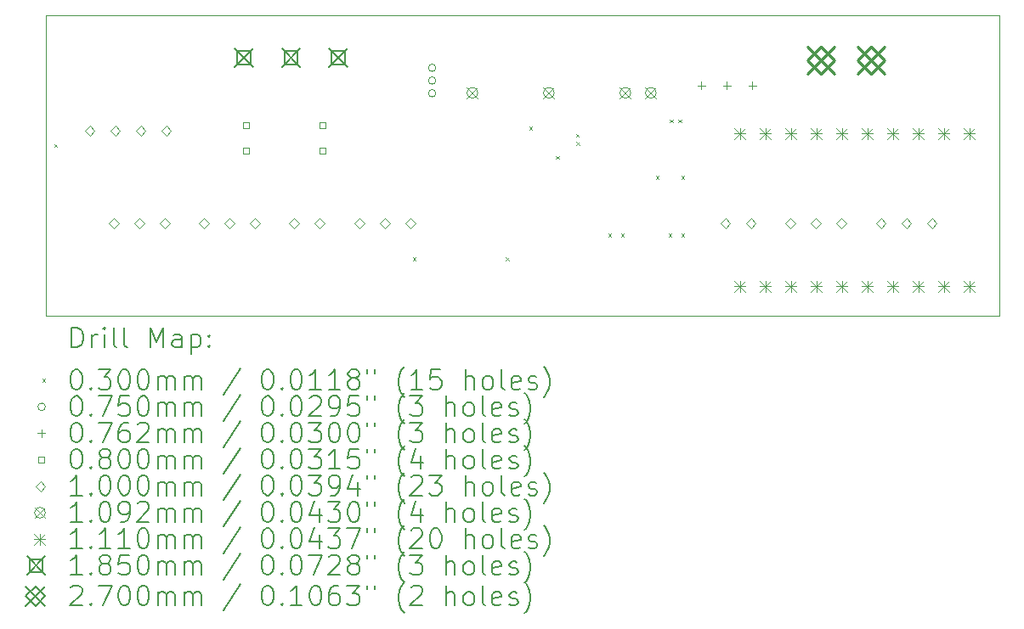
<source format=gbr>
%TF.GenerationSoftware,KiCad,Pcbnew,8.0.3*%
%TF.CreationDate,2025-05-14T17:31:46-04:00*%
%TF.ProjectId,Sp-I,53702d49-2e6b-4696-9361-645f70636258,rev?*%
%TF.SameCoordinates,Original*%
%TF.FileFunction,Drillmap*%
%TF.FilePolarity,Positive*%
%FSLAX45Y45*%
G04 Gerber Fmt 4.5, Leading zero omitted, Abs format (unit mm)*
G04 Created by KiCad (PCBNEW 8.0.3) date 2025-05-14 17:31:46*
%MOMM*%
%LPD*%
G01*
G04 APERTURE LIST*
%ADD10C,0.050000*%
%ADD11C,0.200000*%
%ADD12C,0.100000*%
%ADD13C,0.109220*%
%ADD14C,0.111000*%
%ADD15C,0.185000*%
%ADD16C,0.270000*%
G04 APERTURE END LIST*
D10*
X10000000Y-12000000D02*
X19500000Y-12000000D01*
X19500000Y-15000000D01*
X10000000Y-15000000D01*
X10000000Y-12000000D01*
D11*
D12*
X10085000Y-13285000D02*
X10115000Y-13315000D01*
X10115000Y-13285000D02*
X10085000Y-13315000D01*
X13656015Y-14415000D02*
X13686015Y-14445000D01*
X13686015Y-14415000D02*
X13656015Y-14445000D01*
X14585000Y-14415000D02*
X14615000Y-14445000D01*
X14615000Y-14415000D02*
X14585000Y-14445000D01*
X14816095Y-13110000D02*
X14846095Y-13140000D01*
X14846095Y-13110000D02*
X14816095Y-13140000D01*
X15085000Y-13403750D02*
X15115000Y-13433750D01*
X15115000Y-13403750D02*
X15085000Y-13433750D01*
X15281944Y-13185000D02*
X15311944Y-13215000D01*
X15311944Y-13185000D02*
X15281944Y-13215000D01*
X15286013Y-13264897D02*
X15316013Y-13294897D01*
X15316013Y-13264897D02*
X15286013Y-13294897D01*
X15604500Y-14178940D02*
X15634500Y-14208940D01*
X15634500Y-14178940D02*
X15604500Y-14208940D01*
X15731500Y-14178940D02*
X15761500Y-14208940D01*
X15761500Y-14178940D02*
X15731500Y-14208940D01*
X16077500Y-13603940D02*
X16107500Y-13633940D01*
X16107500Y-13603940D02*
X16077500Y-13633940D01*
X16204500Y-14178940D02*
X16234500Y-14208940D01*
X16234500Y-14178940D02*
X16204500Y-14208940D01*
X16217176Y-13040000D02*
X16247176Y-13070000D01*
X16247176Y-13040000D02*
X16217176Y-13070000D01*
X16302028Y-13040000D02*
X16332028Y-13070000D01*
X16332028Y-13040000D02*
X16302028Y-13070000D01*
X16331500Y-13603940D02*
X16361500Y-13633940D01*
X16361500Y-13603940D02*
X16331500Y-13633940D01*
X16331500Y-14178940D02*
X16361500Y-14208940D01*
X16361500Y-14178940D02*
X16331500Y-14208940D01*
X13887500Y-12525000D02*
G75*
G02*
X13812500Y-12525000I-37500J0D01*
G01*
X13812500Y-12525000D02*
G75*
G02*
X13887500Y-12525000I37500J0D01*
G01*
X13887500Y-12652000D02*
G75*
G02*
X13812500Y-12652000I-37500J0D01*
G01*
X13812500Y-12652000D02*
G75*
G02*
X13887500Y-12652000I37500J0D01*
G01*
X13887500Y-12779000D02*
G75*
G02*
X13812500Y-12779000I-37500J0D01*
G01*
X13812500Y-12779000D02*
G75*
G02*
X13887500Y-12779000I37500J0D01*
G01*
X16531490Y-12664700D02*
X16531490Y-12740900D01*
X16493390Y-12702800D02*
X16569590Y-12702800D01*
X16785490Y-12664700D02*
X16785490Y-12740900D01*
X16747390Y-12702800D02*
X16823590Y-12702800D01*
X17039490Y-12664700D02*
X17039490Y-12740900D01*
X17001390Y-12702800D02*
X17077590Y-12702800D01*
X12022284Y-13126284D02*
X12022284Y-13069715D01*
X11965715Y-13069715D01*
X11965715Y-13126284D01*
X12022284Y-13126284D01*
X12022284Y-13380284D02*
X12022284Y-13323715D01*
X11965715Y-13323715D01*
X11965715Y-13380284D01*
X12022284Y-13380284D01*
X12784284Y-13126284D02*
X12784284Y-13069715D01*
X12727715Y-13069715D01*
X12727715Y-13126284D01*
X12784284Y-13126284D01*
X12784284Y-13380284D02*
X12784284Y-13323715D01*
X12727715Y-13323715D01*
X12727715Y-13380284D01*
X12784284Y-13380284D01*
X10438000Y-13200000D02*
X10488000Y-13150000D01*
X10438000Y-13100000D01*
X10388000Y-13150000D01*
X10438000Y-13200000D01*
X10679000Y-14125000D02*
X10729000Y-14075000D01*
X10679000Y-14025000D01*
X10629000Y-14075000D01*
X10679000Y-14125000D01*
X10692000Y-13200000D02*
X10742000Y-13150000D01*
X10692000Y-13100000D01*
X10642000Y-13150000D01*
X10692000Y-13200000D01*
X10933000Y-14125000D02*
X10983000Y-14075000D01*
X10933000Y-14025000D01*
X10883000Y-14075000D01*
X10933000Y-14125000D01*
X10946000Y-13200000D02*
X10996000Y-13150000D01*
X10946000Y-13100000D01*
X10896000Y-13150000D01*
X10946000Y-13200000D01*
X11187000Y-14125000D02*
X11237000Y-14075000D01*
X11187000Y-14025000D01*
X11137000Y-14075000D01*
X11187000Y-14125000D01*
X11200000Y-13200000D02*
X11250000Y-13150000D01*
X11200000Y-13100000D01*
X11150000Y-13150000D01*
X11200000Y-13200000D01*
X11575000Y-14125000D02*
X11625000Y-14075000D01*
X11575000Y-14025000D01*
X11525000Y-14075000D01*
X11575000Y-14125000D01*
X11829000Y-14125000D02*
X11879000Y-14075000D01*
X11829000Y-14025000D01*
X11779000Y-14075000D01*
X11829000Y-14125000D01*
X12083000Y-14125000D02*
X12133000Y-14075000D01*
X12083000Y-14025000D01*
X12033000Y-14075000D01*
X12083000Y-14125000D01*
X12475000Y-14122500D02*
X12525000Y-14072500D01*
X12475000Y-14022500D01*
X12425000Y-14072500D01*
X12475000Y-14122500D01*
X12729000Y-14122500D02*
X12779000Y-14072500D01*
X12729000Y-14022500D01*
X12679000Y-14072500D01*
X12729000Y-14122500D01*
X13125000Y-14125000D02*
X13175000Y-14075000D01*
X13125000Y-14025000D01*
X13075000Y-14075000D01*
X13125000Y-14125000D01*
X13379000Y-14125000D02*
X13429000Y-14075000D01*
X13379000Y-14025000D01*
X13329000Y-14075000D01*
X13379000Y-14125000D01*
X13633000Y-14125000D02*
X13683000Y-14075000D01*
X13633000Y-14025000D01*
X13583000Y-14075000D01*
X13633000Y-14125000D01*
X16771000Y-14122500D02*
X16821000Y-14072500D01*
X16771000Y-14022500D01*
X16721000Y-14072500D01*
X16771000Y-14122500D01*
X17025000Y-14122500D02*
X17075000Y-14072500D01*
X17025000Y-14022500D01*
X16975000Y-14072500D01*
X17025000Y-14122500D01*
X17417000Y-14125000D02*
X17467000Y-14075000D01*
X17417000Y-14025000D01*
X17367000Y-14075000D01*
X17417000Y-14125000D01*
X17671000Y-14125000D02*
X17721000Y-14075000D01*
X17671000Y-14025000D01*
X17621000Y-14075000D01*
X17671000Y-14125000D01*
X17925000Y-14125000D02*
X17975000Y-14075000D01*
X17925000Y-14025000D01*
X17875000Y-14075000D01*
X17925000Y-14125000D01*
X18321000Y-14125000D02*
X18371000Y-14075000D01*
X18321000Y-14025000D01*
X18271000Y-14075000D01*
X18321000Y-14125000D01*
X18575000Y-14125000D02*
X18625000Y-14075000D01*
X18575000Y-14025000D01*
X18525000Y-14075000D01*
X18575000Y-14125000D01*
X18829000Y-14125000D02*
X18879000Y-14075000D01*
X18829000Y-14025000D01*
X18779000Y-14075000D01*
X18829000Y-14125000D01*
D13*
X14196390Y-12719890D02*
X14305610Y-12829110D01*
X14305610Y-12719890D02*
X14196390Y-12829110D01*
X14305610Y-12774500D02*
G75*
G02*
X14196390Y-12774500I-54610J0D01*
G01*
X14196390Y-12774500D02*
G75*
G02*
X14305610Y-12774500I54610J0D01*
G01*
X14958390Y-12719890D02*
X15067610Y-12829110D01*
X15067610Y-12719890D02*
X14958390Y-12829110D01*
X15067610Y-12774500D02*
G75*
G02*
X14958390Y-12774500I-54610J0D01*
G01*
X14958390Y-12774500D02*
G75*
G02*
X15067610Y-12774500I54610J0D01*
G01*
X15720390Y-12719890D02*
X15829610Y-12829110D01*
X15829610Y-12719890D02*
X15720390Y-12829110D01*
X15829610Y-12774500D02*
G75*
G02*
X15720390Y-12774500I-54610J0D01*
G01*
X15720390Y-12774500D02*
G75*
G02*
X15829610Y-12774500I54610J0D01*
G01*
X15974390Y-12719890D02*
X16083610Y-12829110D01*
X16083610Y-12719890D02*
X15974390Y-12829110D01*
X16083610Y-12774500D02*
G75*
G02*
X15974390Y-12774500I-54610J0D01*
G01*
X15974390Y-12774500D02*
G75*
G02*
X16083610Y-12774500I54610J0D01*
G01*
D14*
X16862500Y-13124500D02*
X16973500Y-13235500D01*
X16973500Y-13124500D02*
X16862500Y-13235500D01*
X16918000Y-13124500D02*
X16918000Y-13235500D01*
X16862500Y-13180000D02*
X16973500Y-13180000D01*
X16862500Y-14648500D02*
X16973500Y-14759500D01*
X16973500Y-14648500D02*
X16862500Y-14759500D01*
X16918000Y-14648500D02*
X16918000Y-14759500D01*
X16862500Y-14704000D02*
X16973500Y-14704000D01*
X17116500Y-13124500D02*
X17227500Y-13235500D01*
X17227500Y-13124500D02*
X17116500Y-13235500D01*
X17172000Y-13124500D02*
X17172000Y-13235500D01*
X17116500Y-13180000D02*
X17227500Y-13180000D01*
X17116500Y-14648500D02*
X17227500Y-14759500D01*
X17227500Y-14648500D02*
X17116500Y-14759500D01*
X17172000Y-14648500D02*
X17172000Y-14759500D01*
X17116500Y-14704000D02*
X17227500Y-14704000D01*
X17370500Y-13124500D02*
X17481500Y-13235500D01*
X17481500Y-13124500D02*
X17370500Y-13235500D01*
X17426000Y-13124500D02*
X17426000Y-13235500D01*
X17370500Y-13180000D02*
X17481500Y-13180000D01*
X17370500Y-14648500D02*
X17481500Y-14759500D01*
X17481500Y-14648500D02*
X17370500Y-14759500D01*
X17426000Y-14648500D02*
X17426000Y-14759500D01*
X17370500Y-14704000D02*
X17481500Y-14704000D01*
X17624500Y-13124500D02*
X17735500Y-13235500D01*
X17735500Y-13124500D02*
X17624500Y-13235500D01*
X17680000Y-13124500D02*
X17680000Y-13235500D01*
X17624500Y-13180000D02*
X17735500Y-13180000D01*
X17624500Y-14648500D02*
X17735500Y-14759500D01*
X17735500Y-14648500D02*
X17624500Y-14759500D01*
X17680000Y-14648500D02*
X17680000Y-14759500D01*
X17624500Y-14704000D02*
X17735500Y-14704000D01*
X17878500Y-13124500D02*
X17989500Y-13235500D01*
X17989500Y-13124500D02*
X17878500Y-13235500D01*
X17934000Y-13124500D02*
X17934000Y-13235500D01*
X17878500Y-13180000D02*
X17989500Y-13180000D01*
X17878500Y-14648500D02*
X17989500Y-14759500D01*
X17989500Y-14648500D02*
X17878500Y-14759500D01*
X17934000Y-14648500D02*
X17934000Y-14759500D01*
X17878500Y-14704000D02*
X17989500Y-14704000D01*
X18132500Y-13124500D02*
X18243500Y-13235500D01*
X18243500Y-13124500D02*
X18132500Y-13235500D01*
X18188000Y-13124500D02*
X18188000Y-13235500D01*
X18132500Y-13180000D02*
X18243500Y-13180000D01*
X18132500Y-14648500D02*
X18243500Y-14759500D01*
X18243500Y-14648500D02*
X18132500Y-14759500D01*
X18188000Y-14648500D02*
X18188000Y-14759500D01*
X18132500Y-14704000D02*
X18243500Y-14704000D01*
X18386500Y-13124500D02*
X18497500Y-13235500D01*
X18497500Y-13124500D02*
X18386500Y-13235500D01*
X18442000Y-13124500D02*
X18442000Y-13235500D01*
X18386500Y-13180000D02*
X18497500Y-13180000D01*
X18386500Y-14648500D02*
X18497500Y-14759500D01*
X18497500Y-14648500D02*
X18386500Y-14759500D01*
X18442000Y-14648500D02*
X18442000Y-14759500D01*
X18386500Y-14704000D02*
X18497500Y-14704000D01*
X18640500Y-13124500D02*
X18751500Y-13235500D01*
X18751500Y-13124500D02*
X18640500Y-13235500D01*
X18696000Y-13124500D02*
X18696000Y-13235500D01*
X18640500Y-13180000D02*
X18751500Y-13180000D01*
X18640500Y-14648500D02*
X18751500Y-14759500D01*
X18751500Y-14648500D02*
X18640500Y-14759500D01*
X18696000Y-14648500D02*
X18696000Y-14759500D01*
X18640500Y-14704000D02*
X18751500Y-14704000D01*
X18894500Y-13124500D02*
X19005500Y-13235500D01*
X19005500Y-13124500D02*
X18894500Y-13235500D01*
X18950000Y-13124500D02*
X18950000Y-13235500D01*
X18894500Y-13180000D02*
X19005500Y-13180000D01*
X18894500Y-14648500D02*
X19005500Y-14759500D01*
X19005500Y-14648500D02*
X18894500Y-14759500D01*
X18950000Y-14648500D02*
X18950000Y-14759500D01*
X18894500Y-14704000D02*
X19005500Y-14704000D01*
X19148500Y-13124500D02*
X19259500Y-13235500D01*
X19259500Y-13124500D02*
X19148500Y-13235500D01*
X19204000Y-13124500D02*
X19204000Y-13235500D01*
X19148500Y-13180000D02*
X19259500Y-13180000D01*
X19148500Y-14648500D02*
X19259500Y-14759500D01*
X19259500Y-14648500D02*
X19148500Y-14759500D01*
X19204000Y-14648500D02*
X19204000Y-14759500D01*
X19148500Y-14704000D02*
X19259500Y-14704000D01*
D15*
X11882500Y-12332500D02*
X12067500Y-12517500D01*
X12067500Y-12332500D02*
X11882500Y-12517500D01*
X12040408Y-12490408D02*
X12040408Y-12359592D01*
X11909592Y-12359592D01*
X11909592Y-12490408D01*
X12040408Y-12490408D01*
X12352500Y-12332500D02*
X12537500Y-12517500D01*
X12537500Y-12332500D02*
X12352500Y-12517500D01*
X12510408Y-12490408D02*
X12510408Y-12359592D01*
X12379592Y-12359592D01*
X12379592Y-12490408D01*
X12510408Y-12490408D01*
X12822500Y-12332500D02*
X13007500Y-12517500D01*
X13007500Y-12332500D02*
X12822500Y-12517500D01*
X12980408Y-12490408D02*
X12980408Y-12359592D01*
X12849592Y-12359592D01*
X12849592Y-12490408D01*
X12980408Y-12490408D01*
D16*
X17590000Y-12315000D02*
X17860000Y-12585000D01*
X17860000Y-12315000D02*
X17590000Y-12585000D01*
X17725000Y-12585000D02*
X17860000Y-12450000D01*
X17725000Y-12315000D01*
X17590000Y-12450000D01*
X17725000Y-12585000D01*
X18090000Y-12315000D02*
X18360000Y-12585000D01*
X18360000Y-12315000D02*
X18090000Y-12585000D01*
X18225000Y-12585000D02*
X18360000Y-12450000D01*
X18225000Y-12315000D01*
X18090000Y-12450000D01*
X18225000Y-12585000D01*
D11*
X10258277Y-15313984D02*
X10258277Y-15113984D01*
X10258277Y-15113984D02*
X10305896Y-15113984D01*
X10305896Y-15113984D02*
X10334467Y-15123508D01*
X10334467Y-15123508D02*
X10353515Y-15142555D01*
X10353515Y-15142555D02*
X10363039Y-15161603D01*
X10363039Y-15161603D02*
X10372563Y-15199698D01*
X10372563Y-15199698D02*
X10372563Y-15228269D01*
X10372563Y-15228269D02*
X10363039Y-15266365D01*
X10363039Y-15266365D02*
X10353515Y-15285412D01*
X10353515Y-15285412D02*
X10334467Y-15304460D01*
X10334467Y-15304460D02*
X10305896Y-15313984D01*
X10305896Y-15313984D02*
X10258277Y-15313984D01*
X10458277Y-15313984D02*
X10458277Y-15180650D01*
X10458277Y-15218746D02*
X10467801Y-15199698D01*
X10467801Y-15199698D02*
X10477324Y-15190174D01*
X10477324Y-15190174D02*
X10496372Y-15180650D01*
X10496372Y-15180650D02*
X10515420Y-15180650D01*
X10582086Y-15313984D02*
X10582086Y-15180650D01*
X10582086Y-15113984D02*
X10572563Y-15123508D01*
X10572563Y-15123508D02*
X10582086Y-15133031D01*
X10582086Y-15133031D02*
X10591610Y-15123508D01*
X10591610Y-15123508D02*
X10582086Y-15113984D01*
X10582086Y-15113984D02*
X10582086Y-15133031D01*
X10705896Y-15313984D02*
X10686848Y-15304460D01*
X10686848Y-15304460D02*
X10677324Y-15285412D01*
X10677324Y-15285412D02*
X10677324Y-15113984D01*
X10810658Y-15313984D02*
X10791610Y-15304460D01*
X10791610Y-15304460D02*
X10782086Y-15285412D01*
X10782086Y-15285412D02*
X10782086Y-15113984D01*
X11039229Y-15313984D02*
X11039229Y-15113984D01*
X11039229Y-15113984D02*
X11105896Y-15256841D01*
X11105896Y-15256841D02*
X11172563Y-15113984D01*
X11172563Y-15113984D02*
X11172563Y-15313984D01*
X11353515Y-15313984D02*
X11353515Y-15209222D01*
X11353515Y-15209222D02*
X11343991Y-15190174D01*
X11343991Y-15190174D02*
X11324943Y-15180650D01*
X11324943Y-15180650D02*
X11286848Y-15180650D01*
X11286848Y-15180650D02*
X11267801Y-15190174D01*
X11353515Y-15304460D02*
X11334467Y-15313984D01*
X11334467Y-15313984D02*
X11286848Y-15313984D01*
X11286848Y-15313984D02*
X11267801Y-15304460D01*
X11267801Y-15304460D02*
X11258277Y-15285412D01*
X11258277Y-15285412D02*
X11258277Y-15266365D01*
X11258277Y-15266365D02*
X11267801Y-15247317D01*
X11267801Y-15247317D02*
X11286848Y-15237793D01*
X11286848Y-15237793D02*
X11334467Y-15237793D01*
X11334467Y-15237793D02*
X11353515Y-15228269D01*
X11448753Y-15180650D02*
X11448753Y-15380650D01*
X11448753Y-15190174D02*
X11467801Y-15180650D01*
X11467801Y-15180650D02*
X11505896Y-15180650D01*
X11505896Y-15180650D02*
X11524943Y-15190174D01*
X11524943Y-15190174D02*
X11534467Y-15199698D01*
X11534467Y-15199698D02*
X11543991Y-15218746D01*
X11543991Y-15218746D02*
X11543991Y-15275888D01*
X11543991Y-15275888D02*
X11534467Y-15294936D01*
X11534467Y-15294936D02*
X11524943Y-15304460D01*
X11524943Y-15304460D02*
X11505896Y-15313984D01*
X11505896Y-15313984D02*
X11467801Y-15313984D01*
X11467801Y-15313984D02*
X11448753Y-15304460D01*
X11629705Y-15294936D02*
X11639229Y-15304460D01*
X11639229Y-15304460D02*
X11629705Y-15313984D01*
X11629705Y-15313984D02*
X11620182Y-15304460D01*
X11620182Y-15304460D02*
X11629705Y-15294936D01*
X11629705Y-15294936D02*
X11629705Y-15313984D01*
X11629705Y-15190174D02*
X11639229Y-15199698D01*
X11639229Y-15199698D02*
X11629705Y-15209222D01*
X11629705Y-15209222D02*
X11620182Y-15199698D01*
X11620182Y-15199698D02*
X11629705Y-15190174D01*
X11629705Y-15190174D02*
X11629705Y-15209222D01*
D12*
X9967500Y-15627500D02*
X9997500Y-15657500D01*
X9997500Y-15627500D02*
X9967500Y-15657500D01*
D11*
X10296372Y-15533984D02*
X10315420Y-15533984D01*
X10315420Y-15533984D02*
X10334467Y-15543508D01*
X10334467Y-15543508D02*
X10343991Y-15553031D01*
X10343991Y-15553031D02*
X10353515Y-15572079D01*
X10353515Y-15572079D02*
X10363039Y-15610174D01*
X10363039Y-15610174D02*
X10363039Y-15657793D01*
X10363039Y-15657793D02*
X10353515Y-15695888D01*
X10353515Y-15695888D02*
X10343991Y-15714936D01*
X10343991Y-15714936D02*
X10334467Y-15724460D01*
X10334467Y-15724460D02*
X10315420Y-15733984D01*
X10315420Y-15733984D02*
X10296372Y-15733984D01*
X10296372Y-15733984D02*
X10277324Y-15724460D01*
X10277324Y-15724460D02*
X10267801Y-15714936D01*
X10267801Y-15714936D02*
X10258277Y-15695888D01*
X10258277Y-15695888D02*
X10248753Y-15657793D01*
X10248753Y-15657793D02*
X10248753Y-15610174D01*
X10248753Y-15610174D02*
X10258277Y-15572079D01*
X10258277Y-15572079D02*
X10267801Y-15553031D01*
X10267801Y-15553031D02*
X10277324Y-15543508D01*
X10277324Y-15543508D02*
X10296372Y-15533984D01*
X10448753Y-15714936D02*
X10458277Y-15724460D01*
X10458277Y-15724460D02*
X10448753Y-15733984D01*
X10448753Y-15733984D02*
X10439229Y-15724460D01*
X10439229Y-15724460D02*
X10448753Y-15714936D01*
X10448753Y-15714936D02*
X10448753Y-15733984D01*
X10524944Y-15533984D02*
X10648753Y-15533984D01*
X10648753Y-15533984D02*
X10582086Y-15610174D01*
X10582086Y-15610174D02*
X10610658Y-15610174D01*
X10610658Y-15610174D02*
X10629705Y-15619698D01*
X10629705Y-15619698D02*
X10639229Y-15629222D01*
X10639229Y-15629222D02*
X10648753Y-15648269D01*
X10648753Y-15648269D02*
X10648753Y-15695888D01*
X10648753Y-15695888D02*
X10639229Y-15714936D01*
X10639229Y-15714936D02*
X10629705Y-15724460D01*
X10629705Y-15724460D02*
X10610658Y-15733984D01*
X10610658Y-15733984D02*
X10553515Y-15733984D01*
X10553515Y-15733984D02*
X10534467Y-15724460D01*
X10534467Y-15724460D02*
X10524944Y-15714936D01*
X10772563Y-15533984D02*
X10791610Y-15533984D01*
X10791610Y-15533984D02*
X10810658Y-15543508D01*
X10810658Y-15543508D02*
X10820182Y-15553031D01*
X10820182Y-15553031D02*
X10829705Y-15572079D01*
X10829705Y-15572079D02*
X10839229Y-15610174D01*
X10839229Y-15610174D02*
X10839229Y-15657793D01*
X10839229Y-15657793D02*
X10829705Y-15695888D01*
X10829705Y-15695888D02*
X10820182Y-15714936D01*
X10820182Y-15714936D02*
X10810658Y-15724460D01*
X10810658Y-15724460D02*
X10791610Y-15733984D01*
X10791610Y-15733984D02*
X10772563Y-15733984D01*
X10772563Y-15733984D02*
X10753515Y-15724460D01*
X10753515Y-15724460D02*
X10743991Y-15714936D01*
X10743991Y-15714936D02*
X10734467Y-15695888D01*
X10734467Y-15695888D02*
X10724944Y-15657793D01*
X10724944Y-15657793D02*
X10724944Y-15610174D01*
X10724944Y-15610174D02*
X10734467Y-15572079D01*
X10734467Y-15572079D02*
X10743991Y-15553031D01*
X10743991Y-15553031D02*
X10753515Y-15543508D01*
X10753515Y-15543508D02*
X10772563Y-15533984D01*
X10963039Y-15533984D02*
X10982086Y-15533984D01*
X10982086Y-15533984D02*
X11001134Y-15543508D01*
X11001134Y-15543508D02*
X11010658Y-15553031D01*
X11010658Y-15553031D02*
X11020182Y-15572079D01*
X11020182Y-15572079D02*
X11029705Y-15610174D01*
X11029705Y-15610174D02*
X11029705Y-15657793D01*
X11029705Y-15657793D02*
X11020182Y-15695888D01*
X11020182Y-15695888D02*
X11010658Y-15714936D01*
X11010658Y-15714936D02*
X11001134Y-15724460D01*
X11001134Y-15724460D02*
X10982086Y-15733984D01*
X10982086Y-15733984D02*
X10963039Y-15733984D01*
X10963039Y-15733984D02*
X10943991Y-15724460D01*
X10943991Y-15724460D02*
X10934467Y-15714936D01*
X10934467Y-15714936D02*
X10924944Y-15695888D01*
X10924944Y-15695888D02*
X10915420Y-15657793D01*
X10915420Y-15657793D02*
X10915420Y-15610174D01*
X10915420Y-15610174D02*
X10924944Y-15572079D01*
X10924944Y-15572079D02*
X10934467Y-15553031D01*
X10934467Y-15553031D02*
X10943991Y-15543508D01*
X10943991Y-15543508D02*
X10963039Y-15533984D01*
X11115420Y-15733984D02*
X11115420Y-15600650D01*
X11115420Y-15619698D02*
X11124944Y-15610174D01*
X11124944Y-15610174D02*
X11143991Y-15600650D01*
X11143991Y-15600650D02*
X11172563Y-15600650D01*
X11172563Y-15600650D02*
X11191610Y-15610174D01*
X11191610Y-15610174D02*
X11201134Y-15629222D01*
X11201134Y-15629222D02*
X11201134Y-15733984D01*
X11201134Y-15629222D02*
X11210658Y-15610174D01*
X11210658Y-15610174D02*
X11229705Y-15600650D01*
X11229705Y-15600650D02*
X11258277Y-15600650D01*
X11258277Y-15600650D02*
X11277324Y-15610174D01*
X11277324Y-15610174D02*
X11286848Y-15629222D01*
X11286848Y-15629222D02*
X11286848Y-15733984D01*
X11382086Y-15733984D02*
X11382086Y-15600650D01*
X11382086Y-15619698D02*
X11391610Y-15610174D01*
X11391610Y-15610174D02*
X11410658Y-15600650D01*
X11410658Y-15600650D02*
X11439229Y-15600650D01*
X11439229Y-15600650D02*
X11458277Y-15610174D01*
X11458277Y-15610174D02*
X11467801Y-15629222D01*
X11467801Y-15629222D02*
X11467801Y-15733984D01*
X11467801Y-15629222D02*
X11477324Y-15610174D01*
X11477324Y-15610174D02*
X11496372Y-15600650D01*
X11496372Y-15600650D02*
X11524943Y-15600650D01*
X11524943Y-15600650D02*
X11543991Y-15610174D01*
X11543991Y-15610174D02*
X11553515Y-15629222D01*
X11553515Y-15629222D02*
X11553515Y-15733984D01*
X11943991Y-15524460D02*
X11772563Y-15781603D01*
X12201134Y-15533984D02*
X12220182Y-15533984D01*
X12220182Y-15533984D02*
X12239229Y-15543508D01*
X12239229Y-15543508D02*
X12248753Y-15553031D01*
X12248753Y-15553031D02*
X12258277Y-15572079D01*
X12258277Y-15572079D02*
X12267801Y-15610174D01*
X12267801Y-15610174D02*
X12267801Y-15657793D01*
X12267801Y-15657793D02*
X12258277Y-15695888D01*
X12258277Y-15695888D02*
X12248753Y-15714936D01*
X12248753Y-15714936D02*
X12239229Y-15724460D01*
X12239229Y-15724460D02*
X12220182Y-15733984D01*
X12220182Y-15733984D02*
X12201134Y-15733984D01*
X12201134Y-15733984D02*
X12182086Y-15724460D01*
X12182086Y-15724460D02*
X12172563Y-15714936D01*
X12172563Y-15714936D02*
X12163039Y-15695888D01*
X12163039Y-15695888D02*
X12153515Y-15657793D01*
X12153515Y-15657793D02*
X12153515Y-15610174D01*
X12153515Y-15610174D02*
X12163039Y-15572079D01*
X12163039Y-15572079D02*
X12172563Y-15553031D01*
X12172563Y-15553031D02*
X12182086Y-15543508D01*
X12182086Y-15543508D02*
X12201134Y-15533984D01*
X12353515Y-15714936D02*
X12363039Y-15724460D01*
X12363039Y-15724460D02*
X12353515Y-15733984D01*
X12353515Y-15733984D02*
X12343991Y-15724460D01*
X12343991Y-15724460D02*
X12353515Y-15714936D01*
X12353515Y-15714936D02*
X12353515Y-15733984D01*
X12486848Y-15533984D02*
X12505896Y-15533984D01*
X12505896Y-15533984D02*
X12524944Y-15543508D01*
X12524944Y-15543508D02*
X12534467Y-15553031D01*
X12534467Y-15553031D02*
X12543991Y-15572079D01*
X12543991Y-15572079D02*
X12553515Y-15610174D01*
X12553515Y-15610174D02*
X12553515Y-15657793D01*
X12553515Y-15657793D02*
X12543991Y-15695888D01*
X12543991Y-15695888D02*
X12534467Y-15714936D01*
X12534467Y-15714936D02*
X12524944Y-15724460D01*
X12524944Y-15724460D02*
X12505896Y-15733984D01*
X12505896Y-15733984D02*
X12486848Y-15733984D01*
X12486848Y-15733984D02*
X12467801Y-15724460D01*
X12467801Y-15724460D02*
X12458277Y-15714936D01*
X12458277Y-15714936D02*
X12448753Y-15695888D01*
X12448753Y-15695888D02*
X12439229Y-15657793D01*
X12439229Y-15657793D02*
X12439229Y-15610174D01*
X12439229Y-15610174D02*
X12448753Y-15572079D01*
X12448753Y-15572079D02*
X12458277Y-15553031D01*
X12458277Y-15553031D02*
X12467801Y-15543508D01*
X12467801Y-15543508D02*
X12486848Y-15533984D01*
X12743991Y-15733984D02*
X12629706Y-15733984D01*
X12686848Y-15733984D02*
X12686848Y-15533984D01*
X12686848Y-15533984D02*
X12667801Y-15562555D01*
X12667801Y-15562555D02*
X12648753Y-15581603D01*
X12648753Y-15581603D02*
X12629706Y-15591127D01*
X12934467Y-15733984D02*
X12820182Y-15733984D01*
X12877325Y-15733984D02*
X12877325Y-15533984D01*
X12877325Y-15533984D02*
X12858277Y-15562555D01*
X12858277Y-15562555D02*
X12839229Y-15581603D01*
X12839229Y-15581603D02*
X12820182Y-15591127D01*
X13048753Y-15619698D02*
X13029706Y-15610174D01*
X13029706Y-15610174D02*
X13020182Y-15600650D01*
X13020182Y-15600650D02*
X13010658Y-15581603D01*
X13010658Y-15581603D02*
X13010658Y-15572079D01*
X13010658Y-15572079D02*
X13020182Y-15553031D01*
X13020182Y-15553031D02*
X13029706Y-15543508D01*
X13029706Y-15543508D02*
X13048753Y-15533984D01*
X13048753Y-15533984D02*
X13086848Y-15533984D01*
X13086848Y-15533984D02*
X13105896Y-15543508D01*
X13105896Y-15543508D02*
X13115420Y-15553031D01*
X13115420Y-15553031D02*
X13124944Y-15572079D01*
X13124944Y-15572079D02*
X13124944Y-15581603D01*
X13124944Y-15581603D02*
X13115420Y-15600650D01*
X13115420Y-15600650D02*
X13105896Y-15610174D01*
X13105896Y-15610174D02*
X13086848Y-15619698D01*
X13086848Y-15619698D02*
X13048753Y-15619698D01*
X13048753Y-15619698D02*
X13029706Y-15629222D01*
X13029706Y-15629222D02*
X13020182Y-15638746D01*
X13020182Y-15638746D02*
X13010658Y-15657793D01*
X13010658Y-15657793D02*
X13010658Y-15695888D01*
X13010658Y-15695888D02*
X13020182Y-15714936D01*
X13020182Y-15714936D02*
X13029706Y-15724460D01*
X13029706Y-15724460D02*
X13048753Y-15733984D01*
X13048753Y-15733984D02*
X13086848Y-15733984D01*
X13086848Y-15733984D02*
X13105896Y-15724460D01*
X13105896Y-15724460D02*
X13115420Y-15714936D01*
X13115420Y-15714936D02*
X13124944Y-15695888D01*
X13124944Y-15695888D02*
X13124944Y-15657793D01*
X13124944Y-15657793D02*
X13115420Y-15638746D01*
X13115420Y-15638746D02*
X13105896Y-15629222D01*
X13105896Y-15629222D02*
X13086848Y-15619698D01*
X13201134Y-15533984D02*
X13201134Y-15572079D01*
X13277325Y-15533984D02*
X13277325Y-15572079D01*
X13572563Y-15810174D02*
X13563039Y-15800650D01*
X13563039Y-15800650D02*
X13543991Y-15772079D01*
X13543991Y-15772079D02*
X13534468Y-15753031D01*
X13534468Y-15753031D02*
X13524944Y-15724460D01*
X13524944Y-15724460D02*
X13515420Y-15676841D01*
X13515420Y-15676841D02*
X13515420Y-15638746D01*
X13515420Y-15638746D02*
X13524944Y-15591127D01*
X13524944Y-15591127D02*
X13534468Y-15562555D01*
X13534468Y-15562555D02*
X13543991Y-15543508D01*
X13543991Y-15543508D02*
X13563039Y-15514936D01*
X13563039Y-15514936D02*
X13572563Y-15505412D01*
X13753515Y-15733984D02*
X13639229Y-15733984D01*
X13696372Y-15733984D02*
X13696372Y-15533984D01*
X13696372Y-15533984D02*
X13677325Y-15562555D01*
X13677325Y-15562555D02*
X13658277Y-15581603D01*
X13658277Y-15581603D02*
X13639229Y-15591127D01*
X13934468Y-15533984D02*
X13839229Y-15533984D01*
X13839229Y-15533984D02*
X13829706Y-15629222D01*
X13829706Y-15629222D02*
X13839229Y-15619698D01*
X13839229Y-15619698D02*
X13858277Y-15610174D01*
X13858277Y-15610174D02*
X13905896Y-15610174D01*
X13905896Y-15610174D02*
X13924944Y-15619698D01*
X13924944Y-15619698D02*
X13934468Y-15629222D01*
X13934468Y-15629222D02*
X13943991Y-15648269D01*
X13943991Y-15648269D02*
X13943991Y-15695888D01*
X13943991Y-15695888D02*
X13934468Y-15714936D01*
X13934468Y-15714936D02*
X13924944Y-15724460D01*
X13924944Y-15724460D02*
X13905896Y-15733984D01*
X13905896Y-15733984D02*
X13858277Y-15733984D01*
X13858277Y-15733984D02*
X13839229Y-15724460D01*
X13839229Y-15724460D02*
X13829706Y-15714936D01*
X14182087Y-15733984D02*
X14182087Y-15533984D01*
X14267801Y-15733984D02*
X14267801Y-15629222D01*
X14267801Y-15629222D02*
X14258277Y-15610174D01*
X14258277Y-15610174D02*
X14239230Y-15600650D01*
X14239230Y-15600650D02*
X14210658Y-15600650D01*
X14210658Y-15600650D02*
X14191610Y-15610174D01*
X14191610Y-15610174D02*
X14182087Y-15619698D01*
X14391610Y-15733984D02*
X14372563Y-15724460D01*
X14372563Y-15724460D02*
X14363039Y-15714936D01*
X14363039Y-15714936D02*
X14353515Y-15695888D01*
X14353515Y-15695888D02*
X14353515Y-15638746D01*
X14353515Y-15638746D02*
X14363039Y-15619698D01*
X14363039Y-15619698D02*
X14372563Y-15610174D01*
X14372563Y-15610174D02*
X14391610Y-15600650D01*
X14391610Y-15600650D02*
X14420182Y-15600650D01*
X14420182Y-15600650D02*
X14439230Y-15610174D01*
X14439230Y-15610174D02*
X14448753Y-15619698D01*
X14448753Y-15619698D02*
X14458277Y-15638746D01*
X14458277Y-15638746D02*
X14458277Y-15695888D01*
X14458277Y-15695888D02*
X14448753Y-15714936D01*
X14448753Y-15714936D02*
X14439230Y-15724460D01*
X14439230Y-15724460D02*
X14420182Y-15733984D01*
X14420182Y-15733984D02*
X14391610Y-15733984D01*
X14572563Y-15733984D02*
X14553515Y-15724460D01*
X14553515Y-15724460D02*
X14543991Y-15705412D01*
X14543991Y-15705412D02*
X14543991Y-15533984D01*
X14724944Y-15724460D02*
X14705896Y-15733984D01*
X14705896Y-15733984D02*
X14667801Y-15733984D01*
X14667801Y-15733984D02*
X14648753Y-15724460D01*
X14648753Y-15724460D02*
X14639230Y-15705412D01*
X14639230Y-15705412D02*
X14639230Y-15629222D01*
X14639230Y-15629222D02*
X14648753Y-15610174D01*
X14648753Y-15610174D02*
X14667801Y-15600650D01*
X14667801Y-15600650D02*
X14705896Y-15600650D01*
X14705896Y-15600650D02*
X14724944Y-15610174D01*
X14724944Y-15610174D02*
X14734468Y-15629222D01*
X14734468Y-15629222D02*
X14734468Y-15648269D01*
X14734468Y-15648269D02*
X14639230Y-15667317D01*
X14810658Y-15724460D02*
X14829706Y-15733984D01*
X14829706Y-15733984D02*
X14867801Y-15733984D01*
X14867801Y-15733984D02*
X14886849Y-15724460D01*
X14886849Y-15724460D02*
X14896372Y-15705412D01*
X14896372Y-15705412D02*
X14896372Y-15695888D01*
X14896372Y-15695888D02*
X14886849Y-15676841D01*
X14886849Y-15676841D02*
X14867801Y-15667317D01*
X14867801Y-15667317D02*
X14839230Y-15667317D01*
X14839230Y-15667317D02*
X14820182Y-15657793D01*
X14820182Y-15657793D02*
X14810658Y-15638746D01*
X14810658Y-15638746D02*
X14810658Y-15629222D01*
X14810658Y-15629222D02*
X14820182Y-15610174D01*
X14820182Y-15610174D02*
X14839230Y-15600650D01*
X14839230Y-15600650D02*
X14867801Y-15600650D01*
X14867801Y-15600650D02*
X14886849Y-15610174D01*
X14963039Y-15810174D02*
X14972563Y-15800650D01*
X14972563Y-15800650D02*
X14991611Y-15772079D01*
X14991611Y-15772079D02*
X15001134Y-15753031D01*
X15001134Y-15753031D02*
X15010658Y-15724460D01*
X15010658Y-15724460D02*
X15020182Y-15676841D01*
X15020182Y-15676841D02*
X15020182Y-15638746D01*
X15020182Y-15638746D02*
X15010658Y-15591127D01*
X15010658Y-15591127D02*
X15001134Y-15562555D01*
X15001134Y-15562555D02*
X14991611Y-15543508D01*
X14991611Y-15543508D02*
X14972563Y-15514936D01*
X14972563Y-15514936D02*
X14963039Y-15505412D01*
D12*
X9997500Y-15906500D02*
G75*
G02*
X9922500Y-15906500I-37500J0D01*
G01*
X9922500Y-15906500D02*
G75*
G02*
X9997500Y-15906500I37500J0D01*
G01*
D11*
X10296372Y-15797984D02*
X10315420Y-15797984D01*
X10315420Y-15797984D02*
X10334467Y-15807508D01*
X10334467Y-15807508D02*
X10343991Y-15817031D01*
X10343991Y-15817031D02*
X10353515Y-15836079D01*
X10353515Y-15836079D02*
X10363039Y-15874174D01*
X10363039Y-15874174D02*
X10363039Y-15921793D01*
X10363039Y-15921793D02*
X10353515Y-15959888D01*
X10353515Y-15959888D02*
X10343991Y-15978936D01*
X10343991Y-15978936D02*
X10334467Y-15988460D01*
X10334467Y-15988460D02*
X10315420Y-15997984D01*
X10315420Y-15997984D02*
X10296372Y-15997984D01*
X10296372Y-15997984D02*
X10277324Y-15988460D01*
X10277324Y-15988460D02*
X10267801Y-15978936D01*
X10267801Y-15978936D02*
X10258277Y-15959888D01*
X10258277Y-15959888D02*
X10248753Y-15921793D01*
X10248753Y-15921793D02*
X10248753Y-15874174D01*
X10248753Y-15874174D02*
X10258277Y-15836079D01*
X10258277Y-15836079D02*
X10267801Y-15817031D01*
X10267801Y-15817031D02*
X10277324Y-15807508D01*
X10277324Y-15807508D02*
X10296372Y-15797984D01*
X10448753Y-15978936D02*
X10458277Y-15988460D01*
X10458277Y-15988460D02*
X10448753Y-15997984D01*
X10448753Y-15997984D02*
X10439229Y-15988460D01*
X10439229Y-15988460D02*
X10448753Y-15978936D01*
X10448753Y-15978936D02*
X10448753Y-15997984D01*
X10524944Y-15797984D02*
X10658277Y-15797984D01*
X10658277Y-15797984D02*
X10572563Y-15997984D01*
X10829705Y-15797984D02*
X10734467Y-15797984D01*
X10734467Y-15797984D02*
X10724944Y-15893222D01*
X10724944Y-15893222D02*
X10734467Y-15883698D01*
X10734467Y-15883698D02*
X10753515Y-15874174D01*
X10753515Y-15874174D02*
X10801134Y-15874174D01*
X10801134Y-15874174D02*
X10820182Y-15883698D01*
X10820182Y-15883698D02*
X10829705Y-15893222D01*
X10829705Y-15893222D02*
X10839229Y-15912269D01*
X10839229Y-15912269D02*
X10839229Y-15959888D01*
X10839229Y-15959888D02*
X10829705Y-15978936D01*
X10829705Y-15978936D02*
X10820182Y-15988460D01*
X10820182Y-15988460D02*
X10801134Y-15997984D01*
X10801134Y-15997984D02*
X10753515Y-15997984D01*
X10753515Y-15997984D02*
X10734467Y-15988460D01*
X10734467Y-15988460D02*
X10724944Y-15978936D01*
X10963039Y-15797984D02*
X10982086Y-15797984D01*
X10982086Y-15797984D02*
X11001134Y-15807508D01*
X11001134Y-15807508D02*
X11010658Y-15817031D01*
X11010658Y-15817031D02*
X11020182Y-15836079D01*
X11020182Y-15836079D02*
X11029705Y-15874174D01*
X11029705Y-15874174D02*
X11029705Y-15921793D01*
X11029705Y-15921793D02*
X11020182Y-15959888D01*
X11020182Y-15959888D02*
X11010658Y-15978936D01*
X11010658Y-15978936D02*
X11001134Y-15988460D01*
X11001134Y-15988460D02*
X10982086Y-15997984D01*
X10982086Y-15997984D02*
X10963039Y-15997984D01*
X10963039Y-15997984D02*
X10943991Y-15988460D01*
X10943991Y-15988460D02*
X10934467Y-15978936D01*
X10934467Y-15978936D02*
X10924944Y-15959888D01*
X10924944Y-15959888D02*
X10915420Y-15921793D01*
X10915420Y-15921793D02*
X10915420Y-15874174D01*
X10915420Y-15874174D02*
X10924944Y-15836079D01*
X10924944Y-15836079D02*
X10934467Y-15817031D01*
X10934467Y-15817031D02*
X10943991Y-15807508D01*
X10943991Y-15807508D02*
X10963039Y-15797984D01*
X11115420Y-15997984D02*
X11115420Y-15864650D01*
X11115420Y-15883698D02*
X11124944Y-15874174D01*
X11124944Y-15874174D02*
X11143991Y-15864650D01*
X11143991Y-15864650D02*
X11172563Y-15864650D01*
X11172563Y-15864650D02*
X11191610Y-15874174D01*
X11191610Y-15874174D02*
X11201134Y-15893222D01*
X11201134Y-15893222D02*
X11201134Y-15997984D01*
X11201134Y-15893222D02*
X11210658Y-15874174D01*
X11210658Y-15874174D02*
X11229705Y-15864650D01*
X11229705Y-15864650D02*
X11258277Y-15864650D01*
X11258277Y-15864650D02*
X11277324Y-15874174D01*
X11277324Y-15874174D02*
X11286848Y-15893222D01*
X11286848Y-15893222D02*
X11286848Y-15997984D01*
X11382086Y-15997984D02*
X11382086Y-15864650D01*
X11382086Y-15883698D02*
X11391610Y-15874174D01*
X11391610Y-15874174D02*
X11410658Y-15864650D01*
X11410658Y-15864650D02*
X11439229Y-15864650D01*
X11439229Y-15864650D02*
X11458277Y-15874174D01*
X11458277Y-15874174D02*
X11467801Y-15893222D01*
X11467801Y-15893222D02*
X11467801Y-15997984D01*
X11467801Y-15893222D02*
X11477324Y-15874174D01*
X11477324Y-15874174D02*
X11496372Y-15864650D01*
X11496372Y-15864650D02*
X11524943Y-15864650D01*
X11524943Y-15864650D02*
X11543991Y-15874174D01*
X11543991Y-15874174D02*
X11553515Y-15893222D01*
X11553515Y-15893222D02*
X11553515Y-15997984D01*
X11943991Y-15788460D02*
X11772563Y-16045603D01*
X12201134Y-15797984D02*
X12220182Y-15797984D01*
X12220182Y-15797984D02*
X12239229Y-15807508D01*
X12239229Y-15807508D02*
X12248753Y-15817031D01*
X12248753Y-15817031D02*
X12258277Y-15836079D01*
X12258277Y-15836079D02*
X12267801Y-15874174D01*
X12267801Y-15874174D02*
X12267801Y-15921793D01*
X12267801Y-15921793D02*
X12258277Y-15959888D01*
X12258277Y-15959888D02*
X12248753Y-15978936D01*
X12248753Y-15978936D02*
X12239229Y-15988460D01*
X12239229Y-15988460D02*
X12220182Y-15997984D01*
X12220182Y-15997984D02*
X12201134Y-15997984D01*
X12201134Y-15997984D02*
X12182086Y-15988460D01*
X12182086Y-15988460D02*
X12172563Y-15978936D01*
X12172563Y-15978936D02*
X12163039Y-15959888D01*
X12163039Y-15959888D02*
X12153515Y-15921793D01*
X12153515Y-15921793D02*
X12153515Y-15874174D01*
X12153515Y-15874174D02*
X12163039Y-15836079D01*
X12163039Y-15836079D02*
X12172563Y-15817031D01*
X12172563Y-15817031D02*
X12182086Y-15807508D01*
X12182086Y-15807508D02*
X12201134Y-15797984D01*
X12353515Y-15978936D02*
X12363039Y-15988460D01*
X12363039Y-15988460D02*
X12353515Y-15997984D01*
X12353515Y-15997984D02*
X12343991Y-15988460D01*
X12343991Y-15988460D02*
X12353515Y-15978936D01*
X12353515Y-15978936D02*
X12353515Y-15997984D01*
X12486848Y-15797984D02*
X12505896Y-15797984D01*
X12505896Y-15797984D02*
X12524944Y-15807508D01*
X12524944Y-15807508D02*
X12534467Y-15817031D01*
X12534467Y-15817031D02*
X12543991Y-15836079D01*
X12543991Y-15836079D02*
X12553515Y-15874174D01*
X12553515Y-15874174D02*
X12553515Y-15921793D01*
X12553515Y-15921793D02*
X12543991Y-15959888D01*
X12543991Y-15959888D02*
X12534467Y-15978936D01*
X12534467Y-15978936D02*
X12524944Y-15988460D01*
X12524944Y-15988460D02*
X12505896Y-15997984D01*
X12505896Y-15997984D02*
X12486848Y-15997984D01*
X12486848Y-15997984D02*
X12467801Y-15988460D01*
X12467801Y-15988460D02*
X12458277Y-15978936D01*
X12458277Y-15978936D02*
X12448753Y-15959888D01*
X12448753Y-15959888D02*
X12439229Y-15921793D01*
X12439229Y-15921793D02*
X12439229Y-15874174D01*
X12439229Y-15874174D02*
X12448753Y-15836079D01*
X12448753Y-15836079D02*
X12458277Y-15817031D01*
X12458277Y-15817031D02*
X12467801Y-15807508D01*
X12467801Y-15807508D02*
X12486848Y-15797984D01*
X12629706Y-15817031D02*
X12639229Y-15807508D01*
X12639229Y-15807508D02*
X12658277Y-15797984D01*
X12658277Y-15797984D02*
X12705896Y-15797984D01*
X12705896Y-15797984D02*
X12724944Y-15807508D01*
X12724944Y-15807508D02*
X12734467Y-15817031D01*
X12734467Y-15817031D02*
X12743991Y-15836079D01*
X12743991Y-15836079D02*
X12743991Y-15855127D01*
X12743991Y-15855127D02*
X12734467Y-15883698D01*
X12734467Y-15883698D02*
X12620182Y-15997984D01*
X12620182Y-15997984D02*
X12743991Y-15997984D01*
X12839229Y-15997984D02*
X12877325Y-15997984D01*
X12877325Y-15997984D02*
X12896372Y-15988460D01*
X12896372Y-15988460D02*
X12905896Y-15978936D01*
X12905896Y-15978936D02*
X12924944Y-15950365D01*
X12924944Y-15950365D02*
X12934467Y-15912269D01*
X12934467Y-15912269D02*
X12934467Y-15836079D01*
X12934467Y-15836079D02*
X12924944Y-15817031D01*
X12924944Y-15817031D02*
X12915420Y-15807508D01*
X12915420Y-15807508D02*
X12896372Y-15797984D01*
X12896372Y-15797984D02*
X12858277Y-15797984D01*
X12858277Y-15797984D02*
X12839229Y-15807508D01*
X12839229Y-15807508D02*
X12829706Y-15817031D01*
X12829706Y-15817031D02*
X12820182Y-15836079D01*
X12820182Y-15836079D02*
X12820182Y-15883698D01*
X12820182Y-15883698D02*
X12829706Y-15902746D01*
X12829706Y-15902746D02*
X12839229Y-15912269D01*
X12839229Y-15912269D02*
X12858277Y-15921793D01*
X12858277Y-15921793D02*
X12896372Y-15921793D01*
X12896372Y-15921793D02*
X12915420Y-15912269D01*
X12915420Y-15912269D02*
X12924944Y-15902746D01*
X12924944Y-15902746D02*
X12934467Y-15883698D01*
X13115420Y-15797984D02*
X13020182Y-15797984D01*
X13020182Y-15797984D02*
X13010658Y-15893222D01*
X13010658Y-15893222D02*
X13020182Y-15883698D01*
X13020182Y-15883698D02*
X13039229Y-15874174D01*
X13039229Y-15874174D02*
X13086848Y-15874174D01*
X13086848Y-15874174D02*
X13105896Y-15883698D01*
X13105896Y-15883698D02*
X13115420Y-15893222D01*
X13115420Y-15893222D02*
X13124944Y-15912269D01*
X13124944Y-15912269D02*
X13124944Y-15959888D01*
X13124944Y-15959888D02*
X13115420Y-15978936D01*
X13115420Y-15978936D02*
X13105896Y-15988460D01*
X13105896Y-15988460D02*
X13086848Y-15997984D01*
X13086848Y-15997984D02*
X13039229Y-15997984D01*
X13039229Y-15997984D02*
X13020182Y-15988460D01*
X13020182Y-15988460D02*
X13010658Y-15978936D01*
X13201134Y-15797984D02*
X13201134Y-15836079D01*
X13277325Y-15797984D02*
X13277325Y-15836079D01*
X13572563Y-16074174D02*
X13563039Y-16064650D01*
X13563039Y-16064650D02*
X13543991Y-16036079D01*
X13543991Y-16036079D02*
X13534468Y-16017031D01*
X13534468Y-16017031D02*
X13524944Y-15988460D01*
X13524944Y-15988460D02*
X13515420Y-15940841D01*
X13515420Y-15940841D02*
X13515420Y-15902746D01*
X13515420Y-15902746D02*
X13524944Y-15855127D01*
X13524944Y-15855127D02*
X13534468Y-15826555D01*
X13534468Y-15826555D02*
X13543991Y-15807508D01*
X13543991Y-15807508D02*
X13563039Y-15778936D01*
X13563039Y-15778936D02*
X13572563Y-15769412D01*
X13629706Y-15797984D02*
X13753515Y-15797984D01*
X13753515Y-15797984D02*
X13686848Y-15874174D01*
X13686848Y-15874174D02*
X13715420Y-15874174D01*
X13715420Y-15874174D02*
X13734468Y-15883698D01*
X13734468Y-15883698D02*
X13743991Y-15893222D01*
X13743991Y-15893222D02*
X13753515Y-15912269D01*
X13753515Y-15912269D02*
X13753515Y-15959888D01*
X13753515Y-15959888D02*
X13743991Y-15978936D01*
X13743991Y-15978936D02*
X13734468Y-15988460D01*
X13734468Y-15988460D02*
X13715420Y-15997984D01*
X13715420Y-15997984D02*
X13658277Y-15997984D01*
X13658277Y-15997984D02*
X13639229Y-15988460D01*
X13639229Y-15988460D02*
X13629706Y-15978936D01*
X13991610Y-15997984D02*
X13991610Y-15797984D01*
X14077325Y-15997984D02*
X14077325Y-15893222D01*
X14077325Y-15893222D02*
X14067801Y-15874174D01*
X14067801Y-15874174D02*
X14048753Y-15864650D01*
X14048753Y-15864650D02*
X14020182Y-15864650D01*
X14020182Y-15864650D02*
X14001134Y-15874174D01*
X14001134Y-15874174D02*
X13991610Y-15883698D01*
X14201134Y-15997984D02*
X14182087Y-15988460D01*
X14182087Y-15988460D02*
X14172563Y-15978936D01*
X14172563Y-15978936D02*
X14163039Y-15959888D01*
X14163039Y-15959888D02*
X14163039Y-15902746D01*
X14163039Y-15902746D02*
X14172563Y-15883698D01*
X14172563Y-15883698D02*
X14182087Y-15874174D01*
X14182087Y-15874174D02*
X14201134Y-15864650D01*
X14201134Y-15864650D02*
X14229706Y-15864650D01*
X14229706Y-15864650D02*
X14248753Y-15874174D01*
X14248753Y-15874174D02*
X14258277Y-15883698D01*
X14258277Y-15883698D02*
X14267801Y-15902746D01*
X14267801Y-15902746D02*
X14267801Y-15959888D01*
X14267801Y-15959888D02*
X14258277Y-15978936D01*
X14258277Y-15978936D02*
X14248753Y-15988460D01*
X14248753Y-15988460D02*
X14229706Y-15997984D01*
X14229706Y-15997984D02*
X14201134Y-15997984D01*
X14382087Y-15997984D02*
X14363039Y-15988460D01*
X14363039Y-15988460D02*
X14353515Y-15969412D01*
X14353515Y-15969412D02*
X14353515Y-15797984D01*
X14534468Y-15988460D02*
X14515420Y-15997984D01*
X14515420Y-15997984D02*
X14477325Y-15997984D01*
X14477325Y-15997984D02*
X14458277Y-15988460D01*
X14458277Y-15988460D02*
X14448753Y-15969412D01*
X14448753Y-15969412D02*
X14448753Y-15893222D01*
X14448753Y-15893222D02*
X14458277Y-15874174D01*
X14458277Y-15874174D02*
X14477325Y-15864650D01*
X14477325Y-15864650D02*
X14515420Y-15864650D01*
X14515420Y-15864650D02*
X14534468Y-15874174D01*
X14534468Y-15874174D02*
X14543991Y-15893222D01*
X14543991Y-15893222D02*
X14543991Y-15912269D01*
X14543991Y-15912269D02*
X14448753Y-15931317D01*
X14620182Y-15988460D02*
X14639230Y-15997984D01*
X14639230Y-15997984D02*
X14677325Y-15997984D01*
X14677325Y-15997984D02*
X14696372Y-15988460D01*
X14696372Y-15988460D02*
X14705896Y-15969412D01*
X14705896Y-15969412D02*
X14705896Y-15959888D01*
X14705896Y-15959888D02*
X14696372Y-15940841D01*
X14696372Y-15940841D02*
X14677325Y-15931317D01*
X14677325Y-15931317D02*
X14648753Y-15931317D01*
X14648753Y-15931317D02*
X14629706Y-15921793D01*
X14629706Y-15921793D02*
X14620182Y-15902746D01*
X14620182Y-15902746D02*
X14620182Y-15893222D01*
X14620182Y-15893222D02*
X14629706Y-15874174D01*
X14629706Y-15874174D02*
X14648753Y-15864650D01*
X14648753Y-15864650D02*
X14677325Y-15864650D01*
X14677325Y-15864650D02*
X14696372Y-15874174D01*
X14772563Y-16074174D02*
X14782087Y-16064650D01*
X14782087Y-16064650D02*
X14801134Y-16036079D01*
X14801134Y-16036079D02*
X14810658Y-16017031D01*
X14810658Y-16017031D02*
X14820182Y-15988460D01*
X14820182Y-15988460D02*
X14829706Y-15940841D01*
X14829706Y-15940841D02*
X14829706Y-15902746D01*
X14829706Y-15902746D02*
X14820182Y-15855127D01*
X14820182Y-15855127D02*
X14810658Y-15826555D01*
X14810658Y-15826555D02*
X14801134Y-15807508D01*
X14801134Y-15807508D02*
X14782087Y-15778936D01*
X14782087Y-15778936D02*
X14772563Y-15769412D01*
D12*
X9959400Y-16132400D02*
X9959400Y-16208600D01*
X9921300Y-16170500D02*
X9997500Y-16170500D01*
D11*
X10296372Y-16061984D02*
X10315420Y-16061984D01*
X10315420Y-16061984D02*
X10334467Y-16071508D01*
X10334467Y-16071508D02*
X10343991Y-16081031D01*
X10343991Y-16081031D02*
X10353515Y-16100079D01*
X10353515Y-16100079D02*
X10363039Y-16138174D01*
X10363039Y-16138174D02*
X10363039Y-16185793D01*
X10363039Y-16185793D02*
X10353515Y-16223888D01*
X10353515Y-16223888D02*
X10343991Y-16242936D01*
X10343991Y-16242936D02*
X10334467Y-16252460D01*
X10334467Y-16252460D02*
X10315420Y-16261984D01*
X10315420Y-16261984D02*
X10296372Y-16261984D01*
X10296372Y-16261984D02*
X10277324Y-16252460D01*
X10277324Y-16252460D02*
X10267801Y-16242936D01*
X10267801Y-16242936D02*
X10258277Y-16223888D01*
X10258277Y-16223888D02*
X10248753Y-16185793D01*
X10248753Y-16185793D02*
X10248753Y-16138174D01*
X10248753Y-16138174D02*
X10258277Y-16100079D01*
X10258277Y-16100079D02*
X10267801Y-16081031D01*
X10267801Y-16081031D02*
X10277324Y-16071508D01*
X10277324Y-16071508D02*
X10296372Y-16061984D01*
X10448753Y-16242936D02*
X10458277Y-16252460D01*
X10458277Y-16252460D02*
X10448753Y-16261984D01*
X10448753Y-16261984D02*
X10439229Y-16252460D01*
X10439229Y-16252460D02*
X10448753Y-16242936D01*
X10448753Y-16242936D02*
X10448753Y-16261984D01*
X10524944Y-16061984D02*
X10658277Y-16061984D01*
X10658277Y-16061984D02*
X10572563Y-16261984D01*
X10820182Y-16061984D02*
X10782086Y-16061984D01*
X10782086Y-16061984D02*
X10763039Y-16071508D01*
X10763039Y-16071508D02*
X10753515Y-16081031D01*
X10753515Y-16081031D02*
X10734467Y-16109603D01*
X10734467Y-16109603D02*
X10724944Y-16147698D01*
X10724944Y-16147698D02*
X10724944Y-16223888D01*
X10724944Y-16223888D02*
X10734467Y-16242936D01*
X10734467Y-16242936D02*
X10743991Y-16252460D01*
X10743991Y-16252460D02*
X10763039Y-16261984D01*
X10763039Y-16261984D02*
X10801134Y-16261984D01*
X10801134Y-16261984D02*
X10820182Y-16252460D01*
X10820182Y-16252460D02*
X10829705Y-16242936D01*
X10829705Y-16242936D02*
X10839229Y-16223888D01*
X10839229Y-16223888D02*
X10839229Y-16176269D01*
X10839229Y-16176269D02*
X10829705Y-16157222D01*
X10829705Y-16157222D02*
X10820182Y-16147698D01*
X10820182Y-16147698D02*
X10801134Y-16138174D01*
X10801134Y-16138174D02*
X10763039Y-16138174D01*
X10763039Y-16138174D02*
X10743991Y-16147698D01*
X10743991Y-16147698D02*
X10734467Y-16157222D01*
X10734467Y-16157222D02*
X10724944Y-16176269D01*
X10915420Y-16081031D02*
X10924944Y-16071508D01*
X10924944Y-16071508D02*
X10943991Y-16061984D01*
X10943991Y-16061984D02*
X10991610Y-16061984D01*
X10991610Y-16061984D02*
X11010658Y-16071508D01*
X11010658Y-16071508D02*
X11020182Y-16081031D01*
X11020182Y-16081031D02*
X11029705Y-16100079D01*
X11029705Y-16100079D02*
X11029705Y-16119127D01*
X11029705Y-16119127D02*
X11020182Y-16147698D01*
X11020182Y-16147698D02*
X10905896Y-16261984D01*
X10905896Y-16261984D02*
X11029705Y-16261984D01*
X11115420Y-16261984D02*
X11115420Y-16128650D01*
X11115420Y-16147698D02*
X11124944Y-16138174D01*
X11124944Y-16138174D02*
X11143991Y-16128650D01*
X11143991Y-16128650D02*
X11172563Y-16128650D01*
X11172563Y-16128650D02*
X11191610Y-16138174D01*
X11191610Y-16138174D02*
X11201134Y-16157222D01*
X11201134Y-16157222D02*
X11201134Y-16261984D01*
X11201134Y-16157222D02*
X11210658Y-16138174D01*
X11210658Y-16138174D02*
X11229705Y-16128650D01*
X11229705Y-16128650D02*
X11258277Y-16128650D01*
X11258277Y-16128650D02*
X11277324Y-16138174D01*
X11277324Y-16138174D02*
X11286848Y-16157222D01*
X11286848Y-16157222D02*
X11286848Y-16261984D01*
X11382086Y-16261984D02*
X11382086Y-16128650D01*
X11382086Y-16147698D02*
X11391610Y-16138174D01*
X11391610Y-16138174D02*
X11410658Y-16128650D01*
X11410658Y-16128650D02*
X11439229Y-16128650D01*
X11439229Y-16128650D02*
X11458277Y-16138174D01*
X11458277Y-16138174D02*
X11467801Y-16157222D01*
X11467801Y-16157222D02*
X11467801Y-16261984D01*
X11467801Y-16157222D02*
X11477324Y-16138174D01*
X11477324Y-16138174D02*
X11496372Y-16128650D01*
X11496372Y-16128650D02*
X11524943Y-16128650D01*
X11524943Y-16128650D02*
X11543991Y-16138174D01*
X11543991Y-16138174D02*
X11553515Y-16157222D01*
X11553515Y-16157222D02*
X11553515Y-16261984D01*
X11943991Y-16052460D02*
X11772563Y-16309603D01*
X12201134Y-16061984D02*
X12220182Y-16061984D01*
X12220182Y-16061984D02*
X12239229Y-16071508D01*
X12239229Y-16071508D02*
X12248753Y-16081031D01*
X12248753Y-16081031D02*
X12258277Y-16100079D01*
X12258277Y-16100079D02*
X12267801Y-16138174D01*
X12267801Y-16138174D02*
X12267801Y-16185793D01*
X12267801Y-16185793D02*
X12258277Y-16223888D01*
X12258277Y-16223888D02*
X12248753Y-16242936D01*
X12248753Y-16242936D02*
X12239229Y-16252460D01*
X12239229Y-16252460D02*
X12220182Y-16261984D01*
X12220182Y-16261984D02*
X12201134Y-16261984D01*
X12201134Y-16261984D02*
X12182086Y-16252460D01*
X12182086Y-16252460D02*
X12172563Y-16242936D01*
X12172563Y-16242936D02*
X12163039Y-16223888D01*
X12163039Y-16223888D02*
X12153515Y-16185793D01*
X12153515Y-16185793D02*
X12153515Y-16138174D01*
X12153515Y-16138174D02*
X12163039Y-16100079D01*
X12163039Y-16100079D02*
X12172563Y-16081031D01*
X12172563Y-16081031D02*
X12182086Y-16071508D01*
X12182086Y-16071508D02*
X12201134Y-16061984D01*
X12353515Y-16242936D02*
X12363039Y-16252460D01*
X12363039Y-16252460D02*
X12353515Y-16261984D01*
X12353515Y-16261984D02*
X12343991Y-16252460D01*
X12343991Y-16252460D02*
X12353515Y-16242936D01*
X12353515Y-16242936D02*
X12353515Y-16261984D01*
X12486848Y-16061984D02*
X12505896Y-16061984D01*
X12505896Y-16061984D02*
X12524944Y-16071508D01*
X12524944Y-16071508D02*
X12534467Y-16081031D01*
X12534467Y-16081031D02*
X12543991Y-16100079D01*
X12543991Y-16100079D02*
X12553515Y-16138174D01*
X12553515Y-16138174D02*
X12553515Y-16185793D01*
X12553515Y-16185793D02*
X12543991Y-16223888D01*
X12543991Y-16223888D02*
X12534467Y-16242936D01*
X12534467Y-16242936D02*
X12524944Y-16252460D01*
X12524944Y-16252460D02*
X12505896Y-16261984D01*
X12505896Y-16261984D02*
X12486848Y-16261984D01*
X12486848Y-16261984D02*
X12467801Y-16252460D01*
X12467801Y-16252460D02*
X12458277Y-16242936D01*
X12458277Y-16242936D02*
X12448753Y-16223888D01*
X12448753Y-16223888D02*
X12439229Y-16185793D01*
X12439229Y-16185793D02*
X12439229Y-16138174D01*
X12439229Y-16138174D02*
X12448753Y-16100079D01*
X12448753Y-16100079D02*
X12458277Y-16081031D01*
X12458277Y-16081031D02*
X12467801Y-16071508D01*
X12467801Y-16071508D02*
X12486848Y-16061984D01*
X12620182Y-16061984D02*
X12743991Y-16061984D01*
X12743991Y-16061984D02*
X12677325Y-16138174D01*
X12677325Y-16138174D02*
X12705896Y-16138174D01*
X12705896Y-16138174D02*
X12724944Y-16147698D01*
X12724944Y-16147698D02*
X12734467Y-16157222D01*
X12734467Y-16157222D02*
X12743991Y-16176269D01*
X12743991Y-16176269D02*
X12743991Y-16223888D01*
X12743991Y-16223888D02*
X12734467Y-16242936D01*
X12734467Y-16242936D02*
X12724944Y-16252460D01*
X12724944Y-16252460D02*
X12705896Y-16261984D01*
X12705896Y-16261984D02*
X12648753Y-16261984D01*
X12648753Y-16261984D02*
X12629706Y-16252460D01*
X12629706Y-16252460D02*
X12620182Y-16242936D01*
X12867801Y-16061984D02*
X12886848Y-16061984D01*
X12886848Y-16061984D02*
X12905896Y-16071508D01*
X12905896Y-16071508D02*
X12915420Y-16081031D01*
X12915420Y-16081031D02*
X12924944Y-16100079D01*
X12924944Y-16100079D02*
X12934467Y-16138174D01*
X12934467Y-16138174D02*
X12934467Y-16185793D01*
X12934467Y-16185793D02*
X12924944Y-16223888D01*
X12924944Y-16223888D02*
X12915420Y-16242936D01*
X12915420Y-16242936D02*
X12905896Y-16252460D01*
X12905896Y-16252460D02*
X12886848Y-16261984D01*
X12886848Y-16261984D02*
X12867801Y-16261984D01*
X12867801Y-16261984D02*
X12848753Y-16252460D01*
X12848753Y-16252460D02*
X12839229Y-16242936D01*
X12839229Y-16242936D02*
X12829706Y-16223888D01*
X12829706Y-16223888D02*
X12820182Y-16185793D01*
X12820182Y-16185793D02*
X12820182Y-16138174D01*
X12820182Y-16138174D02*
X12829706Y-16100079D01*
X12829706Y-16100079D02*
X12839229Y-16081031D01*
X12839229Y-16081031D02*
X12848753Y-16071508D01*
X12848753Y-16071508D02*
X12867801Y-16061984D01*
X13058277Y-16061984D02*
X13077325Y-16061984D01*
X13077325Y-16061984D02*
X13096372Y-16071508D01*
X13096372Y-16071508D02*
X13105896Y-16081031D01*
X13105896Y-16081031D02*
X13115420Y-16100079D01*
X13115420Y-16100079D02*
X13124944Y-16138174D01*
X13124944Y-16138174D02*
X13124944Y-16185793D01*
X13124944Y-16185793D02*
X13115420Y-16223888D01*
X13115420Y-16223888D02*
X13105896Y-16242936D01*
X13105896Y-16242936D02*
X13096372Y-16252460D01*
X13096372Y-16252460D02*
X13077325Y-16261984D01*
X13077325Y-16261984D02*
X13058277Y-16261984D01*
X13058277Y-16261984D02*
X13039229Y-16252460D01*
X13039229Y-16252460D02*
X13029706Y-16242936D01*
X13029706Y-16242936D02*
X13020182Y-16223888D01*
X13020182Y-16223888D02*
X13010658Y-16185793D01*
X13010658Y-16185793D02*
X13010658Y-16138174D01*
X13010658Y-16138174D02*
X13020182Y-16100079D01*
X13020182Y-16100079D02*
X13029706Y-16081031D01*
X13029706Y-16081031D02*
X13039229Y-16071508D01*
X13039229Y-16071508D02*
X13058277Y-16061984D01*
X13201134Y-16061984D02*
X13201134Y-16100079D01*
X13277325Y-16061984D02*
X13277325Y-16100079D01*
X13572563Y-16338174D02*
X13563039Y-16328650D01*
X13563039Y-16328650D02*
X13543991Y-16300079D01*
X13543991Y-16300079D02*
X13534468Y-16281031D01*
X13534468Y-16281031D02*
X13524944Y-16252460D01*
X13524944Y-16252460D02*
X13515420Y-16204841D01*
X13515420Y-16204841D02*
X13515420Y-16166746D01*
X13515420Y-16166746D02*
X13524944Y-16119127D01*
X13524944Y-16119127D02*
X13534468Y-16090555D01*
X13534468Y-16090555D02*
X13543991Y-16071508D01*
X13543991Y-16071508D02*
X13563039Y-16042936D01*
X13563039Y-16042936D02*
X13572563Y-16033412D01*
X13629706Y-16061984D02*
X13753515Y-16061984D01*
X13753515Y-16061984D02*
X13686848Y-16138174D01*
X13686848Y-16138174D02*
X13715420Y-16138174D01*
X13715420Y-16138174D02*
X13734468Y-16147698D01*
X13734468Y-16147698D02*
X13743991Y-16157222D01*
X13743991Y-16157222D02*
X13753515Y-16176269D01*
X13753515Y-16176269D02*
X13753515Y-16223888D01*
X13753515Y-16223888D02*
X13743991Y-16242936D01*
X13743991Y-16242936D02*
X13734468Y-16252460D01*
X13734468Y-16252460D02*
X13715420Y-16261984D01*
X13715420Y-16261984D02*
X13658277Y-16261984D01*
X13658277Y-16261984D02*
X13639229Y-16252460D01*
X13639229Y-16252460D02*
X13629706Y-16242936D01*
X13991610Y-16261984D02*
X13991610Y-16061984D01*
X14077325Y-16261984D02*
X14077325Y-16157222D01*
X14077325Y-16157222D02*
X14067801Y-16138174D01*
X14067801Y-16138174D02*
X14048753Y-16128650D01*
X14048753Y-16128650D02*
X14020182Y-16128650D01*
X14020182Y-16128650D02*
X14001134Y-16138174D01*
X14001134Y-16138174D02*
X13991610Y-16147698D01*
X14201134Y-16261984D02*
X14182087Y-16252460D01*
X14182087Y-16252460D02*
X14172563Y-16242936D01*
X14172563Y-16242936D02*
X14163039Y-16223888D01*
X14163039Y-16223888D02*
X14163039Y-16166746D01*
X14163039Y-16166746D02*
X14172563Y-16147698D01*
X14172563Y-16147698D02*
X14182087Y-16138174D01*
X14182087Y-16138174D02*
X14201134Y-16128650D01*
X14201134Y-16128650D02*
X14229706Y-16128650D01*
X14229706Y-16128650D02*
X14248753Y-16138174D01*
X14248753Y-16138174D02*
X14258277Y-16147698D01*
X14258277Y-16147698D02*
X14267801Y-16166746D01*
X14267801Y-16166746D02*
X14267801Y-16223888D01*
X14267801Y-16223888D02*
X14258277Y-16242936D01*
X14258277Y-16242936D02*
X14248753Y-16252460D01*
X14248753Y-16252460D02*
X14229706Y-16261984D01*
X14229706Y-16261984D02*
X14201134Y-16261984D01*
X14382087Y-16261984D02*
X14363039Y-16252460D01*
X14363039Y-16252460D02*
X14353515Y-16233412D01*
X14353515Y-16233412D02*
X14353515Y-16061984D01*
X14534468Y-16252460D02*
X14515420Y-16261984D01*
X14515420Y-16261984D02*
X14477325Y-16261984D01*
X14477325Y-16261984D02*
X14458277Y-16252460D01*
X14458277Y-16252460D02*
X14448753Y-16233412D01*
X14448753Y-16233412D02*
X14448753Y-16157222D01*
X14448753Y-16157222D02*
X14458277Y-16138174D01*
X14458277Y-16138174D02*
X14477325Y-16128650D01*
X14477325Y-16128650D02*
X14515420Y-16128650D01*
X14515420Y-16128650D02*
X14534468Y-16138174D01*
X14534468Y-16138174D02*
X14543991Y-16157222D01*
X14543991Y-16157222D02*
X14543991Y-16176269D01*
X14543991Y-16176269D02*
X14448753Y-16195317D01*
X14620182Y-16252460D02*
X14639230Y-16261984D01*
X14639230Y-16261984D02*
X14677325Y-16261984D01*
X14677325Y-16261984D02*
X14696372Y-16252460D01*
X14696372Y-16252460D02*
X14705896Y-16233412D01*
X14705896Y-16233412D02*
X14705896Y-16223888D01*
X14705896Y-16223888D02*
X14696372Y-16204841D01*
X14696372Y-16204841D02*
X14677325Y-16195317D01*
X14677325Y-16195317D02*
X14648753Y-16195317D01*
X14648753Y-16195317D02*
X14629706Y-16185793D01*
X14629706Y-16185793D02*
X14620182Y-16166746D01*
X14620182Y-16166746D02*
X14620182Y-16157222D01*
X14620182Y-16157222D02*
X14629706Y-16138174D01*
X14629706Y-16138174D02*
X14648753Y-16128650D01*
X14648753Y-16128650D02*
X14677325Y-16128650D01*
X14677325Y-16128650D02*
X14696372Y-16138174D01*
X14772563Y-16338174D02*
X14782087Y-16328650D01*
X14782087Y-16328650D02*
X14801134Y-16300079D01*
X14801134Y-16300079D02*
X14810658Y-16281031D01*
X14810658Y-16281031D02*
X14820182Y-16252460D01*
X14820182Y-16252460D02*
X14829706Y-16204841D01*
X14829706Y-16204841D02*
X14829706Y-16166746D01*
X14829706Y-16166746D02*
X14820182Y-16119127D01*
X14820182Y-16119127D02*
X14810658Y-16090555D01*
X14810658Y-16090555D02*
X14801134Y-16071508D01*
X14801134Y-16071508D02*
X14782087Y-16042936D01*
X14782087Y-16042936D02*
X14772563Y-16033412D01*
D12*
X9985785Y-16462784D02*
X9985785Y-16406215D01*
X9929216Y-16406215D01*
X9929216Y-16462784D01*
X9985785Y-16462784D01*
D11*
X10296372Y-16325984D02*
X10315420Y-16325984D01*
X10315420Y-16325984D02*
X10334467Y-16335508D01*
X10334467Y-16335508D02*
X10343991Y-16345031D01*
X10343991Y-16345031D02*
X10353515Y-16364079D01*
X10353515Y-16364079D02*
X10363039Y-16402174D01*
X10363039Y-16402174D02*
X10363039Y-16449793D01*
X10363039Y-16449793D02*
X10353515Y-16487888D01*
X10353515Y-16487888D02*
X10343991Y-16506936D01*
X10343991Y-16506936D02*
X10334467Y-16516460D01*
X10334467Y-16516460D02*
X10315420Y-16525984D01*
X10315420Y-16525984D02*
X10296372Y-16525984D01*
X10296372Y-16525984D02*
X10277324Y-16516460D01*
X10277324Y-16516460D02*
X10267801Y-16506936D01*
X10267801Y-16506936D02*
X10258277Y-16487888D01*
X10258277Y-16487888D02*
X10248753Y-16449793D01*
X10248753Y-16449793D02*
X10248753Y-16402174D01*
X10248753Y-16402174D02*
X10258277Y-16364079D01*
X10258277Y-16364079D02*
X10267801Y-16345031D01*
X10267801Y-16345031D02*
X10277324Y-16335508D01*
X10277324Y-16335508D02*
X10296372Y-16325984D01*
X10448753Y-16506936D02*
X10458277Y-16516460D01*
X10458277Y-16516460D02*
X10448753Y-16525984D01*
X10448753Y-16525984D02*
X10439229Y-16516460D01*
X10439229Y-16516460D02*
X10448753Y-16506936D01*
X10448753Y-16506936D02*
X10448753Y-16525984D01*
X10572563Y-16411698D02*
X10553515Y-16402174D01*
X10553515Y-16402174D02*
X10543991Y-16392650D01*
X10543991Y-16392650D02*
X10534467Y-16373603D01*
X10534467Y-16373603D02*
X10534467Y-16364079D01*
X10534467Y-16364079D02*
X10543991Y-16345031D01*
X10543991Y-16345031D02*
X10553515Y-16335508D01*
X10553515Y-16335508D02*
X10572563Y-16325984D01*
X10572563Y-16325984D02*
X10610658Y-16325984D01*
X10610658Y-16325984D02*
X10629705Y-16335508D01*
X10629705Y-16335508D02*
X10639229Y-16345031D01*
X10639229Y-16345031D02*
X10648753Y-16364079D01*
X10648753Y-16364079D02*
X10648753Y-16373603D01*
X10648753Y-16373603D02*
X10639229Y-16392650D01*
X10639229Y-16392650D02*
X10629705Y-16402174D01*
X10629705Y-16402174D02*
X10610658Y-16411698D01*
X10610658Y-16411698D02*
X10572563Y-16411698D01*
X10572563Y-16411698D02*
X10553515Y-16421222D01*
X10553515Y-16421222D02*
X10543991Y-16430746D01*
X10543991Y-16430746D02*
X10534467Y-16449793D01*
X10534467Y-16449793D02*
X10534467Y-16487888D01*
X10534467Y-16487888D02*
X10543991Y-16506936D01*
X10543991Y-16506936D02*
X10553515Y-16516460D01*
X10553515Y-16516460D02*
X10572563Y-16525984D01*
X10572563Y-16525984D02*
X10610658Y-16525984D01*
X10610658Y-16525984D02*
X10629705Y-16516460D01*
X10629705Y-16516460D02*
X10639229Y-16506936D01*
X10639229Y-16506936D02*
X10648753Y-16487888D01*
X10648753Y-16487888D02*
X10648753Y-16449793D01*
X10648753Y-16449793D02*
X10639229Y-16430746D01*
X10639229Y-16430746D02*
X10629705Y-16421222D01*
X10629705Y-16421222D02*
X10610658Y-16411698D01*
X10772563Y-16325984D02*
X10791610Y-16325984D01*
X10791610Y-16325984D02*
X10810658Y-16335508D01*
X10810658Y-16335508D02*
X10820182Y-16345031D01*
X10820182Y-16345031D02*
X10829705Y-16364079D01*
X10829705Y-16364079D02*
X10839229Y-16402174D01*
X10839229Y-16402174D02*
X10839229Y-16449793D01*
X10839229Y-16449793D02*
X10829705Y-16487888D01*
X10829705Y-16487888D02*
X10820182Y-16506936D01*
X10820182Y-16506936D02*
X10810658Y-16516460D01*
X10810658Y-16516460D02*
X10791610Y-16525984D01*
X10791610Y-16525984D02*
X10772563Y-16525984D01*
X10772563Y-16525984D02*
X10753515Y-16516460D01*
X10753515Y-16516460D02*
X10743991Y-16506936D01*
X10743991Y-16506936D02*
X10734467Y-16487888D01*
X10734467Y-16487888D02*
X10724944Y-16449793D01*
X10724944Y-16449793D02*
X10724944Y-16402174D01*
X10724944Y-16402174D02*
X10734467Y-16364079D01*
X10734467Y-16364079D02*
X10743991Y-16345031D01*
X10743991Y-16345031D02*
X10753515Y-16335508D01*
X10753515Y-16335508D02*
X10772563Y-16325984D01*
X10963039Y-16325984D02*
X10982086Y-16325984D01*
X10982086Y-16325984D02*
X11001134Y-16335508D01*
X11001134Y-16335508D02*
X11010658Y-16345031D01*
X11010658Y-16345031D02*
X11020182Y-16364079D01*
X11020182Y-16364079D02*
X11029705Y-16402174D01*
X11029705Y-16402174D02*
X11029705Y-16449793D01*
X11029705Y-16449793D02*
X11020182Y-16487888D01*
X11020182Y-16487888D02*
X11010658Y-16506936D01*
X11010658Y-16506936D02*
X11001134Y-16516460D01*
X11001134Y-16516460D02*
X10982086Y-16525984D01*
X10982086Y-16525984D02*
X10963039Y-16525984D01*
X10963039Y-16525984D02*
X10943991Y-16516460D01*
X10943991Y-16516460D02*
X10934467Y-16506936D01*
X10934467Y-16506936D02*
X10924944Y-16487888D01*
X10924944Y-16487888D02*
X10915420Y-16449793D01*
X10915420Y-16449793D02*
X10915420Y-16402174D01*
X10915420Y-16402174D02*
X10924944Y-16364079D01*
X10924944Y-16364079D02*
X10934467Y-16345031D01*
X10934467Y-16345031D02*
X10943991Y-16335508D01*
X10943991Y-16335508D02*
X10963039Y-16325984D01*
X11115420Y-16525984D02*
X11115420Y-16392650D01*
X11115420Y-16411698D02*
X11124944Y-16402174D01*
X11124944Y-16402174D02*
X11143991Y-16392650D01*
X11143991Y-16392650D02*
X11172563Y-16392650D01*
X11172563Y-16392650D02*
X11191610Y-16402174D01*
X11191610Y-16402174D02*
X11201134Y-16421222D01*
X11201134Y-16421222D02*
X11201134Y-16525984D01*
X11201134Y-16421222D02*
X11210658Y-16402174D01*
X11210658Y-16402174D02*
X11229705Y-16392650D01*
X11229705Y-16392650D02*
X11258277Y-16392650D01*
X11258277Y-16392650D02*
X11277324Y-16402174D01*
X11277324Y-16402174D02*
X11286848Y-16421222D01*
X11286848Y-16421222D02*
X11286848Y-16525984D01*
X11382086Y-16525984D02*
X11382086Y-16392650D01*
X11382086Y-16411698D02*
X11391610Y-16402174D01*
X11391610Y-16402174D02*
X11410658Y-16392650D01*
X11410658Y-16392650D02*
X11439229Y-16392650D01*
X11439229Y-16392650D02*
X11458277Y-16402174D01*
X11458277Y-16402174D02*
X11467801Y-16421222D01*
X11467801Y-16421222D02*
X11467801Y-16525984D01*
X11467801Y-16421222D02*
X11477324Y-16402174D01*
X11477324Y-16402174D02*
X11496372Y-16392650D01*
X11496372Y-16392650D02*
X11524943Y-16392650D01*
X11524943Y-16392650D02*
X11543991Y-16402174D01*
X11543991Y-16402174D02*
X11553515Y-16421222D01*
X11553515Y-16421222D02*
X11553515Y-16525984D01*
X11943991Y-16316460D02*
X11772563Y-16573603D01*
X12201134Y-16325984D02*
X12220182Y-16325984D01*
X12220182Y-16325984D02*
X12239229Y-16335508D01*
X12239229Y-16335508D02*
X12248753Y-16345031D01*
X12248753Y-16345031D02*
X12258277Y-16364079D01*
X12258277Y-16364079D02*
X12267801Y-16402174D01*
X12267801Y-16402174D02*
X12267801Y-16449793D01*
X12267801Y-16449793D02*
X12258277Y-16487888D01*
X12258277Y-16487888D02*
X12248753Y-16506936D01*
X12248753Y-16506936D02*
X12239229Y-16516460D01*
X12239229Y-16516460D02*
X12220182Y-16525984D01*
X12220182Y-16525984D02*
X12201134Y-16525984D01*
X12201134Y-16525984D02*
X12182086Y-16516460D01*
X12182086Y-16516460D02*
X12172563Y-16506936D01*
X12172563Y-16506936D02*
X12163039Y-16487888D01*
X12163039Y-16487888D02*
X12153515Y-16449793D01*
X12153515Y-16449793D02*
X12153515Y-16402174D01*
X12153515Y-16402174D02*
X12163039Y-16364079D01*
X12163039Y-16364079D02*
X12172563Y-16345031D01*
X12172563Y-16345031D02*
X12182086Y-16335508D01*
X12182086Y-16335508D02*
X12201134Y-16325984D01*
X12353515Y-16506936D02*
X12363039Y-16516460D01*
X12363039Y-16516460D02*
X12353515Y-16525984D01*
X12353515Y-16525984D02*
X12343991Y-16516460D01*
X12343991Y-16516460D02*
X12353515Y-16506936D01*
X12353515Y-16506936D02*
X12353515Y-16525984D01*
X12486848Y-16325984D02*
X12505896Y-16325984D01*
X12505896Y-16325984D02*
X12524944Y-16335508D01*
X12524944Y-16335508D02*
X12534467Y-16345031D01*
X12534467Y-16345031D02*
X12543991Y-16364079D01*
X12543991Y-16364079D02*
X12553515Y-16402174D01*
X12553515Y-16402174D02*
X12553515Y-16449793D01*
X12553515Y-16449793D02*
X12543991Y-16487888D01*
X12543991Y-16487888D02*
X12534467Y-16506936D01*
X12534467Y-16506936D02*
X12524944Y-16516460D01*
X12524944Y-16516460D02*
X12505896Y-16525984D01*
X12505896Y-16525984D02*
X12486848Y-16525984D01*
X12486848Y-16525984D02*
X12467801Y-16516460D01*
X12467801Y-16516460D02*
X12458277Y-16506936D01*
X12458277Y-16506936D02*
X12448753Y-16487888D01*
X12448753Y-16487888D02*
X12439229Y-16449793D01*
X12439229Y-16449793D02*
X12439229Y-16402174D01*
X12439229Y-16402174D02*
X12448753Y-16364079D01*
X12448753Y-16364079D02*
X12458277Y-16345031D01*
X12458277Y-16345031D02*
X12467801Y-16335508D01*
X12467801Y-16335508D02*
X12486848Y-16325984D01*
X12620182Y-16325984D02*
X12743991Y-16325984D01*
X12743991Y-16325984D02*
X12677325Y-16402174D01*
X12677325Y-16402174D02*
X12705896Y-16402174D01*
X12705896Y-16402174D02*
X12724944Y-16411698D01*
X12724944Y-16411698D02*
X12734467Y-16421222D01*
X12734467Y-16421222D02*
X12743991Y-16440269D01*
X12743991Y-16440269D02*
X12743991Y-16487888D01*
X12743991Y-16487888D02*
X12734467Y-16506936D01*
X12734467Y-16506936D02*
X12724944Y-16516460D01*
X12724944Y-16516460D02*
X12705896Y-16525984D01*
X12705896Y-16525984D02*
X12648753Y-16525984D01*
X12648753Y-16525984D02*
X12629706Y-16516460D01*
X12629706Y-16516460D02*
X12620182Y-16506936D01*
X12934467Y-16525984D02*
X12820182Y-16525984D01*
X12877325Y-16525984D02*
X12877325Y-16325984D01*
X12877325Y-16325984D02*
X12858277Y-16354555D01*
X12858277Y-16354555D02*
X12839229Y-16373603D01*
X12839229Y-16373603D02*
X12820182Y-16383127D01*
X13115420Y-16325984D02*
X13020182Y-16325984D01*
X13020182Y-16325984D02*
X13010658Y-16421222D01*
X13010658Y-16421222D02*
X13020182Y-16411698D01*
X13020182Y-16411698D02*
X13039229Y-16402174D01*
X13039229Y-16402174D02*
X13086848Y-16402174D01*
X13086848Y-16402174D02*
X13105896Y-16411698D01*
X13105896Y-16411698D02*
X13115420Y-16421222D01*
X13115420Y-16421222D02*
X13124944Y-16440269D01*
X13124944Y-16440269D02*
X13124944Y-16487888D01*
X13124944Y-16487888D02*
X13115420Y-16506936D01*
X13115420Y-16506936D02*
X13105896Y-16516460D01*
X13105896Y-16516460D02*
X13086848Y-16525984D01*
X13086848Y-16525984D02*
X13039229Y-16525984D01*
X13039229Y-16525984D02*
X13020182Y-16516460D01*
X13020182Y-16516460D02*
X13010658Y-16506936D01*
X13201134Y-16325984D02*
X13201134Y-16364079D01*
X13277325Y-16325984D02*
X13277325Y-16364079D01*
X13572563Y-16602174D02*
X13563039Y-16592650D01*
X13563039Y-16592650D02*
X13543991Y-16564079D01*
X13543991Y-16564079D02*
X13534468Y-16545031D01*
X13534468Y-16545031D02*
X13524944Y-16516460D01*
X13524944Y-16516460D02*
X13515420Y-16468841D01*
X13515420Y-16468841D02*
X13515420Y-16430746D01*
X13515420Y-16430746D02*
X13524944Y-16383127D01*
X13524944Y-16383127D02*
X13534468Y-16354555D01*
X13534468Y-16354555D02*
X13543991Y-16335508D01*
X13543991Y-16335508D02*
X13563039Y-16306936D01*
X13563039Y-16306936D02*
X13572563Y-16297412D01*
X13734468Y-16392650D02*
X13734468Y-16525984D01*
X13686848Y-16316460D02*
X13639229Y-16459317D01*
X13639229Y-16459317D02*
X13763039Y-16459317D01*
X13991610Y-16525984D02*
X13991610Y-16325984D01*
X14077325Y-16525984D02*
X14077325Y-16421222D01*
X14077325Y-16421222D02*
X14067801Y-16402174D01*
X14067801Y-16402174D02*
X14048753Y-16392650D01*
X14048753Y-16392650D02*
X14020182Y-16392650D01*
X14020182Y-16392650D02*
X14001134Y-16402174D01*
X14001134Y-16402174D02*
X13991610Y-16411698D01*
X14201134Y-16525984D02*
X14182087Y-16516460D01*
X14182087Y-16516460D02*
X14172563Y-16506936D01*
X14172563Y-16506936D02*
X14163039Y-16487888D01*
X14163039Y-16487888D02*
X14163039Y-16430746D01*
X14163039Y-16430746D02*
X14172563Y-16411698D01*
X14172563Y-16411698D02*
X14182087Y-16402174D01*
X14182087Y-16402174D02*
X14201134Y-16392650D01*
X14201134Y-16392650D02*
X14229706Y-16392650D01*
X14229706Y-16392650D02*
X14248753Y-16402174D01*
X14248753Y-16402174D02*
X14258277Y-16411698D01*
X14258277Y-16411698D02*
X14267801Y-16430746D01*
X14267801Y-16430746D02*
X14267801Y-16487888D01*
X14267801Y-16487888D02*
X14258277Y-16506936D01*
X14258277Y-16506936D02*
X14248753Y-16516460D01*
X14248753Y-16516460D02*
X14229706Y-16525984D01*
X14229706Y-16525984D02*
X14201134Y-16525984D01*
X14382087Y-16525984D02*
X14363039Y-16516460D01*
X14363039Y-16516460D02*
X14353515Y-16497412D01*
X14353515Y-16497412D02*
X14353515Y-16325984D01*
X14534468Y-16516460D02*
X14515420Y-16525984D01*
X14515420Y-16525984D02*
X14477325Y-16525984D01*
X14477325Y-16525984D02*
X14458277Y-16516460D01*
X14458277Y-16516460D02*
X14448753Y-16497412D01*
X14448753Y-16497412D02*
X14448753Y-16421222D01*
X14448753Y-16421222D02*
X14458277Y-16402174D01*
X14458277Y-16402174D02*
X14477325Y-16392650D01*
X14477325Y-16392650D02*
X14515420Y-16392650D01*
X14515420Y-16392650D02*
X14534468Y-16402174D01*
X14534468Y-16402174D02*
X14543991Y-16421222D01*
X14543991Y-16421222D02*
X14543991Y-16440269D01*
X14543991Y-16440269D02*
X14448753Y-16459317D01*
X14620182Y-16516460D02*
X14639230Y-16525984D01*
X14639230Y-16525984D02*
X14677325Y-16525984D01*
X14677325Y-16525984D02*
X14696372Y-16516460D01*
X14696372Y-16516460D02*
X14705896Y-16497412D01*
X14705896Y-16497412D02*
X14705896Y-16487888D01*
X14705896Y-16487888D02*
X14696372Y-16468841D01*
X14696372Y-16468841D02*
X14677325Y-16459317D01*
X14677325Y-16459317D02*
X14648753Y-16459317D01*
X14648753Y-16459317D02*
X14629706Y-16449793D01*
X14629706Y-16449793D02*
X14620182Y-16430746D01*
X14620182Y-16430746D02*
X14620182Y-16421222D01*
X14620182Y-16421222D02*
X14629706Y-16402174D01*
X14629706Y-16402174D02*
X14648753Y-16392650D01*
X14648753Y-16392650D02*
X14677325Y-16392650D01*
X14677325Y-16392650D02*
X14696372Y-16402174D01*
X14772563Y-16602174D02*
X14782087Y-16592650D01*
X14782087Y-16592650D02*
X14801134Y-16564079D01*
X14801134Y-16564079D02*
X14810658Y-16545031D01*
X14810658Y-16545031D02*
X14820182Y-16516460D01*
X14820182Y-16516460D02*
X14829706Y-16468841D01*
X14829706Y-16468841D02*
X14829706Y-16430746D01*
X14829706Y-16430746D02*
X14820182Y-16383127D01*
X14820182Y-16383127D02*
X14810658Y-16354555D01*
X14810658Y-16354555D02*
X14801134Y-16335508D01*
X14801134Y-16335508D02*
X14782087Y-16306936D01*
X14782087Y-16306936D02*
X14772563Y-16297412D01*
D12*
X9947500Y-16748500D02*
X9997500Y-16698500D01*
X9947500Y-16648500D01*
X9897500Y-16698500D01*
X9947500Y-16748500D01*
D11*
X10363039Y-16789984D02*
X10248753Y-16789984D01*
X10305896Y-16789984D02*
X10305896Y-16589984D01*
X10305896Y-16589984D02*
X10286848Y-16618555D01*
X10286848Y-16618555D02*
X10267801Y-16637603D01*
X10267801Y-16637603D02*
X10248753Y-16647127D01*
X10448753Y-16770936D02*
X10458277Y-16780460D01*
X10458277Y-16780460D02*
X10448753Y-16789984D01*
X10448753Y-16789984D02*
X10439229Y-16780460D01*
X10439229Y-16780460D02*
X10448753Y-16770936D01*
X10448753Y-16770936D02*
X10448753Y-16789984D01*
X10582086Y-16589984D02*
X10601134Y-16589984D01*
X10601134Y-16589984D02*
X10620182Y-16599508D01*
X10620182Y-16599508D02*
X10629705Y-16609031D01*
X10629705Y-16609031D02*
X10639229Y-16628079D01*
X10639229Y-16628079D02*
X10648753Y-16666174D01*
X10648753Y-16666174D02*
X10648753Y-16713793D01*
X10648753Y-16713793D02*
X10639229Y-16751888D01*
X10639229Y-16751888D02*
X10629705Y-16770936D01*
X10629705Y-16770936D02*
X10620182Y-16780460D01*
X10620182Y-16780460D02*
X10601134Y-16789984D01*
X10601134Y-16789984D02*
X10582086Y-16789984D01*
X10582086Y-16789984D02*
X10563039Y-16780460D01*
X10563039Y-16780460D02*
X10553515Y-16770936D01*
X10553515Y-16770936D02*
X10543991Y-16751888D01*
X10543991Y-16751888D02*
X10534467Y-16713793D01*
X10534467Y-16713793D02*
X10534467Y-16666174D01*
X10534467Y-16666174D02*
X10543991Y-16628079D01*
X10543991Y-16628079D02*
X10553515Y-16609031D01*
X10553515Y-16609031D02*
X10563039Y-16599508D01*
X10563039Y-16599508D02*
X10582086Y-16589984D01*
X10772563Y-16589984D02*
X10791610Y-16589984D01*
X10791610Y-16589984D02*
X10810658Y-16599508D01*
X10810658Y-16599508D02*
X10820182Y-16609031D01*
X10820182Y-16609031D02*
X10829705Y-16628079D01*
X10829705Y-16628079D02*
X10839229Y-16666174D01*
X10839229Y-16666174D02*
X10839229Y-16713793D01*
X10839229Y-16713793D02*
X10829705Y-16751888D01*
X10829705Y-16751888D02*
X10820182Y-16770936D01*
X10820182Y-16770936D02*
X10810658Y-16780460D01*
X10810658Y-16780460D02*
X10791610Y-16789984D01*
X10791610Y-16789984D02*
X10772563Y-16789984D01*
X10772563Y-16789984D02*
X10753515Y-16780460D01*
X10753515Y-16780460D02*
X10743991Y-16770936D01*
X10743991Y-16770936D02*
X10734467Y-16751888D01*
X10734467Y-16751888D02*
X10724944Y-16713793D01*
X10724944Y-16713793D02*
X10724944Y-16666174D01*
X10724944Y-16666174D02*
X10734467Y-16628079D01*
X10734467Y-16628079D02*
X10743991Y-16609031D01*
X10743991Y-16609031D02*
X10753515Y-16599508D01*
X10753515Y-16599508D02*
X10772563Y-16589984D01*
X10963039Y-16589984D02*
X10982086Y-16589984D01*
X10982086Y-16589984D02*
X11001134Y-16599508D01*
X11001134Y-16599508D02*
X11010658Y-16609031D01*
X11010658Y-16609031D02*
X11020182Y-16628079D01*
X11020182Y-16628079D02*
X11029705Y-16666174D01*
X11029705Y-16666174D02*
X11029705Y-16713793D01*
X11029705Y-16713793D02*
X11020182Y-16751888D01*
X11020182Y-16751888D02*
X11010658Y-16770936D01*
X11010658Y-16770936D02*
X11001134Y-16780460D01*
X11001134Y-16780460D02*
X10982086Y-16789984D01*
X10982086Y-16789984D02*
X10963039Y-16789984D01*
X10963039Y-16789984D02*
X10943991Y-16780460D01*
X10943991Y-16780460D02*
X10934467Y-16770936D01*
X10934467Y-16770936D02*
X10924944Y-16751888D01*
X10924944Y-16751888D02*
X10915420Y-16713793D01*
X10915420Y-16713793D02*
X10915420Y-16666174D01*
X10915420Y-16666174D02*
X10924944Y-16628079D01*
X10924944Y-16628079D02*
X10934467Y-16609031D01*
X10934467Y-16609031D02*
X10943991Y-16599508D01*
X10943991Y-16599508D02*
X10963039Y-16589984D01*
X11115420Y-16789984D02*
X11115420Y-16656650D01*
X11115420Y-16675698D02*
X11124944Y-16666174D01*
X11124944Y-16666174D02*
X11143991Y-16656650D01*
X11143991Y-16656650D02*
X11172563Y-16656650D01*
X11172563Y-16656650D02*
X11191610Y-16666174D01*
X11191610Y-16666174D02*
X11201134Y-16685222D01*
X11201134Y-16685222D02*
X11201134Y-16789984D01*
X11201134Y-16685222D02*
X11210658Y-16666174D01*
X11210658Y-16666174D02*
X11229705Y-16656650D01*
X11229705Y-16656650D02*
X11258277Y-16656650D01*
X11258277Y-16656650D02*
X11277324Y-16666174D01*
X11277324Y-16666174D02*
X11286848Y-16685222D01*
X11286848Y-16685222D02*
X11286848Y-16789984D01*
X11382086Y-16789984D02*
X11382086Y-16656650D01*
X11382086Y-16675698D02*
X11391610Y-16666174D01*
X11391610Y-16666174D02*
X11410658Y-16656650D01*
X11410658Y-16656650D02*
X11439229Y-16656650D01*
X11439229Y-16656650D02*
X11458277Y-16666174D01*
X11458277Y-16666174D02*
X11467801Y-16685222D01*
X11467801Y-16685222D02*
X11467801Y-16789984D01*
X11467801Y-16685222D02*
X11477324Y-16666174D01*
X11477324Y-16666174D02*
X11496372Y-16656650D01*
X11496372Y-16656650D02*
X11524943Y-16656650D01*
X11524943Y-16656650D02*
X11543991Y-16666174D01*
X11543991Y-16666174D02*
X11553515Y-16685222D01*
X11553515Y-16685222D02*
X11553515Y-16789984D01*
X11943991Y-16580460D02*
X11772563Y-16837603D01*
X12201134Y-16589984D02*
X12220182Y-16589984D01*
X12220182Y-16589984D02*
X12239229Y-16599508D01*
X12239229Y-16599508D02*
X12248753Y-16609031D01*
X12248753Y-16609031D02*
X12258277Y-16628079D01*
X12258277Y-16628079D02*
X12267801Y-16666174D01*
X12267801Y-16666174D02*
X12267801Y-16713793D01*
X12267801Y-16713793D02*
X12258277Y-16751888D01*
X12258277Y-16751888D02*
X12248753Y-16770936D01*
X12248753Y-16770936D02*
X12239229Y-16780460D01*
X12239229Y-16780460D02*
X12220182Y-16789984D01*
X12220182Y-16789984D02*
X12201134Y-16789984D01*
X12201134Y-16789984D02*
X12182086Y-16780460D01*
X12182086Y-16780460D02*
X12172563Y-16770936D01*
X12172563Y-16770936D02*
X12163039Y-16751888D01*
X12163039Y-16751888D02*
X12153515Y-16713793D01*
X12153515Y-16713793D02*
X12153515Y-16666174D01*
X12153515Y-16666174D02*
X12163039Y-16628079D01*
X12163039Y-16628079D02*
X12172563Y-16609031D01*
X12172563Y-16609031D02*
X12182086Y-16599508D01*
X12182086Y-16599508D02*
X12201134Y-16589984D01*
X12353515Y-16770936D02*
X12363039Y-16780460D01*
X12363039Y-16780460D02*
X12353515Y-16789984D01*
X12353515Y-16789984D02*
X12343991Y-16780460D01*
X12343991Y-16780460D02*
X12353515Y-16770936D01*
X12353515Y-16770936D02*
X12353515Y-16789984D01*
X12486848Y-16589984D02*
X12505896Y-16589984D01*
X12505896Y-16589984D02*
X12524944Y-16599508D01*
X12524944Y-16599508D02*
X12534467Y-16609031D01*
X12534467Y-16609031D02*
X12543991Y-16628079D01*
X12543991Y-16628079D02*
X12553515Y-16666174D01*
X12553515Y-16666174D02*
X12553515Y-16713793D01*
X12553515Y-16713793D02*
X12543991Y-16751888D01*
X12543991Y-16751888D02*
X12534467Y-16770936D01*
X12534467Y-16770936D02*
X12524944Y-16780460D01*
X12524944Y-16780460D02*
X12505896Y-16789984D01*
X12505896Y-16789984D02*
X12486848Y-16789984D01*
X12486848Y-16789984D02*
X12467801Y-16780460D01*
X12467801Y-16780460D02*
X12458277Y-16770936D01*
X12458277Y-16770936D02*
X12448753Y-16751888D01*
X12448753Y-16751888D02*
X12439229Y-16713793D01*
X12439229Y-16713793D02*
X12439229Y-16666174D01*
X12439229Y-16666174D02*
X12448753Y-16628079D01*
X12448753Y-16628079D02*
X12458277Y-16609031D01*
X12458277Y-16609031D02*
X12467801Y-16599508D01*
X12467801Y-16599508D02*
X12486848Y-16589984D01*
X12620182Y-16589984D02*
X12743991Y-16589984D01*
X12743991Y-16589984D02*
X12677325Y-16666174D01*
X12677325Y-16666174D02*
X12705896Y-16666174D01*
X12705896Y-16666174D02*
X12724944Y-16675698D01*
X12724944Y-16675698D02*
X12734467Y-16685222D01*
X12734467Y-16685222D02*
X12743991Y-16704269D01*
X12743991Y-16704269D02*
X12743991Y-16751888D01*
X12743991Y-16751888D02*
X12734467Y-16770936D01*
X12734467Y-16770936D02*
X12724944Y-16780460D01*
X12724944Y-16780460D02*
X12705896Y-16789984D01*
X12705896Y-16789984D02*
X12648753Y-16789984D01*
X12648753Y-16789984D02*
X12629706Y-16780460D01*
X12629706Y-16780460D02*
X12620182Y-16770936D01*
X12839229Y-16789984D02*
X12877325Y-16789984D01*
X12877325Y-16789984D02*
X12896372Y-16780460D01*
X12896372Y-16780460D02*
X12905896Y-16770936D01*
X12905896Y-16770936D02*
X12924944Y-16742365D01*
X12924944Y-16742365D02*
X12934467Y-16704269D01*
X12934467Y-16704269D02*
X12934467Y-16628079D01*
X12934467Y-16628079D02*
X12924944Y-16609031D01*
X12924944Y-16609031D02*
X12915420Y-16599508D01*
X12915420Y-16599508D02*
X12896372Y-16589984D01*
X12896372Y-16589984D02*
X12858277Y-16589984D01*
X12858277Y-16589984D02*
X12839229Y-16599508D01*
X12839229Y-16599508D02*
X12829706Y-16609031D01*
X12829706Y-16609031D02*
X12820182Y-16628079D01*
X12820182Y-16628079D02*
X12820182Y-16675698D01*
X12820182Y-16675698D02*
X12829706Y-16694746D01*
X12829706Y-16694746D02*
X12839229Y-16704269D01*
X12839229Y-16704269D02*
X12858277Y-16713793D01*
X12858277Y-16713793D02*
X12896372Y-16713793D01*
X12896372Y-16713793D02*
X12915420Y-16704269D01*
X12915420Y-16704269D02*
X12924944Y-16694746D01*
X12924944Y-16694746D02*
X12934467Y-16675698D01*
X13105896Y-16656650D02*
X13105896Y-16789984D01*
X13058277Y-16580460D02*
X13010658Y-16723317D01*
X13010658Y-16723317D02*
X13134467Y-16723317D01*
X13201134Y-16589984D02*
X13201134Y-16628079D01*
X13277325Y-16589984D02*
X13277325Y-16628079D01*
X13572563Y-16866174D02*
X13563039Y-16856650D01*
X13563039Y-16856650D02*
X13543991Y-16828079D01*
X13543991Y-16828079D02*
X13534468Y-16809031D01*
X13534468Y-16809031D02*
X13524944Y-16780460D01*
X13524944Y-16780460D02*
X13515420Y-16732841D01*
X13515420Y-16732841D02*
X13515420Y-16694746D01*
X13515420Y-16694746D02*
X13524944Y-16647127D01*
X13524944Y-16647127D02*
X13534468Y-16618555D01*
X13534468Y-16618555D02*
X13543991Y-16599508D01*
X13543991Y-16599508D02*
X13563039Y-16570936D01*
X13563039Y-16570936D02*
X13572563Y-16561412D01*
X13639229Y-16609031D02*
X13648753Y-16599508D01*
X13648753Y-16599508D02*
X13667801Y-16589984D01*
X13667801Y-16589984D02*
X13715420Y-16589984D01*
X13715420Y-16589984D02*
X13734468Y-16599508D01*
X13734468Y-16599508D02*
X13743991Y-16609031D01*
X13743991Y-16609031D02*
X13753515Y-16628079D01*
X13753515Y-16628079D02*
X13753515Y-16647127D01*
X13753515Y-16647127D02*
X13743991Y-16675698D01*
X13743991Y-16675698D02*
X13629706Y-16789984D01*
X13629706Y-16789984D02*
X13753515Y-16789984D01*
X13820182Y-16589984D02*
X13943991Y-16589984D01*
X13943991Y-16589984D02*
X13877325Y-16666174D01*
X13877325Y-16666174D02*
X13905896Y-16666174D01*
X13905896Y-16666174D02*
X13924944Y-16675698D01*
X13924944Y-16675698D02*
X13934468Y-16685222D01*
X13934468Y-16685222D02*
X13943991Y-16704269D01*
X13943991Y-16704269D02*
X13943991Y-16751888D01*
X13943991Y-16751888D02*
X13934468Y-16770936D01*
X13934468Y-16770936D02*
X13924944Y-16780460D01*
X13924944Y-16780460D02*
X13905896Y-16789984D01*
X13905896Y-16789984D02*
X13848753Y-16789984D01*
X13848753Y-16789984D02*
X13829706Y-16780460D01*
X13829706Y-16780460D02*
X13820182Y-16770936D01*
X14182087Y-16789984D02*
X14182087Y-16589984D01*
X14267801Y-16789984D02*
X14267801Y-16685222D01*
X14267801Y-16685222D02*
X14258277Y-16666174D01*
X14258277Y-16666174D02*
X14239230Y-16656650D01*
X14239230Y-16656650D02*
X14210658Y-16656650D01*
X14210658Y-16656650D02*
X14191610Y-16666174D01*
X14191610Y-16666174D02*
X14182087Y-16675698D01*
X14391610Y-16789984D02*
X14372563Y-16780460D01*
X14372563Y-16780460D02*
X14363039Y-16770936D01*
X14363039Y-16770936D02*
X14353515Y-16751888D01*
X14353515Y-16751888D02*
X14353515Y-16694746D01*
X14353515Y-16694746D02*
X14363039Y-16675698D01*
X14363039Y-16675698D02*
X14372563Y-16666174D01*
X14372563Y-16666174D02*
X14391610Y-16656650D01*
X14391610Y-16656650D02*
X14420182Y-16656650D01*
X14420182Y-16656650D02*
X14439230Y-16666174D01*
X14439230Y-16666174D02*
X14448753Y-16675698D01*
X14448753Y-16675698D02*
X14458277Y-16694746D01*
X14458277Y-16694746D02*
X14458277Y-16751888D01*
X14458277Y-16751888D02*
X14448753Y-16770936D01*
X14448753Y-16770936D02*
X14439230Y-16780460D01*
X14439230Y-16780460D02*
X14420182Y-16789984D01*
X14420182Y-16789984D02*
X14391610Y-16789984D01*
X14572563Y-16789984D02*
X14553515Y-16780460D01*
X14553515Y-16780460D02*
X14543991Y-16761412D01*
X14543991Y-16761412D02*
X14543991Y-16589984D01*
X14724944Y-16780460D02*
X14705896Y-16789984D01*
X14705896Y-16789984D02*
X14667801Y-16789984D01*
X14667801Y-16789984D02*
X14648753Y-16780460D01*
X14648753Y-16780460D02*
X14639230Y-16761412D01*
X14639230Y-16761412D02*
X14639230Y-16685222D01*
X14639230Y-16685222D02*
X14648753Y-16666174D01*
X14648753Y-16666174D02*
X14667801Y-16656650D01*
X14667801Y-16656650D02*
X14705896Y-16656650D01*
X14705896Y-16656650D02*
X14724944Y-16666174D01*
X14724944Y-16666174D02*
X14734468Y-16685222D01*
X14734468Y-16685222D02*
X14734468Y-16704269D01*
X14734468Y-16704269D02*
X14639230Y-16723317D01*
X14810658Y-16780460D02*
X14829706Y-16789984D01*
X14829706Y-16789984D02*
X14867801Y-16789984D01*
X14867801Y-16789984D02*
X14886849Y-16780460D01*
X14886849Y-16780460D02*
X14896372Y-16761412D01*
X14896372Y-16761412D02*
X14896372Y-16751888D01*
X14896372Y-16751888D02*
X14886849Y-16732841D01*
X14886849Y-16732841D02*
X14867801Y-16723317D01*
X14867801Y-16723317D02*
X14839230Y-16723317D01*
X14839230Y-16723317D02*
X14820182Y-16713793D01*
X14820182Y-16713793D02*
X14810658Y-16694746D01*
X14810658Y-16694746D02*
X14810658Y-16685222D01*
X14810658Y-16685222D02*
X14820182Y-16666174D01*
X14820182Y-16666174D02*
X14839230Y-16656650D01*
X14839230Y-16656650D02*
X14867801Y-16656650D01*
X14867801Y-16656650D02*
X14886849Y-16666174D01*
X14963039Y-16866174D02*
X14972563Y-16856650D01*
X14972563Y-16856650D02*
X14991611Y-16828079D01*
X14991611Y-16828079D02*
X15001134Y-16809031D01*
X15001134Y-16809031D02*
X15010658Y-16780460D01*
X15010658Y-16780460D02*
X15020182Y-16732841D01*
X15020182Y-16732841D02*
X15020182Y-16694746D01*
X15020182Y-16694746D02*
X15010658Y-16647127D01*
X15010658Y-16647127D02*
X15001134Y-16618555D01*
X15001134Y-16618555D02*
X14991611Y-16599508D01*
X14991611Y-16599508D02*
X14972563Y-16570936D01*
X14972563Y-16570936D02*
X14963039Y-16561412D01*
D13*
X9888280Y-16907890D02*
X9997500Y-17017110D01*
X9997500Y-16907890D02*
X9888280Y-17017110D01*
X9997500Y-16962500D02*
G75*
G02*
X9888280Y-16962500I-54610J0D01*
G01*
X9888280Y-16962500D02*
G75*
G02*
X9997500Y-16962500I54610J0D01*
G01*
D11*
X10363039Y-17053984D02*
X10248753Y-17053984D01*
X10305896Y-17053984D02*
X10305896Y-16853984D01*
X10305896Y-16853984D02*
X10286848Y-16882555D01*
X10286848Y-16882555D02*
X10267801Y-16901603D01*
X10267801Y-16901603D02*
X10248753Y-16911127D01*
X10448753Y-17034936D02*
X10458277Y-17044460D01*
X10458277Y-17044460D02*
X10448753Y-17053984D01*
X10448753Y-17053984D02*
X10439229Y-17044460D01*
X10439229Y-17044460D02*
X10448753Y-17034936D01*
X10448753Y-17034936D02*
X10448753Y-17053984D01*
X10582086Y-16853984D02*
X10601134Y-16853984D01*
X10601134Y-16853984D02*
X10620182Y-16863508D01*
X10620182Y-16863508D02*
X10629705Y-16873031D01*
X10629705Y-16873031D02*
X10639229Y-16892079D01*
X10639229Y-16892079D02*
X10648753Y-16930174D01*
X10648753Y-16930174D02*
X10648753Y-16977793D01*
X10648753Y-16977793D02*
X10639229Y-17015889D01*
X10639229Y-17015889D02*
X10629705Y-17034936D01*
X10629705Y-17034936D02*
X10620182Y-17044460D01*
X10620182Y-17044460D02*
X10601134Y-17053984D01*
X10601134Y-17053984D02*
X10582086Y-17053984D01*
X10582086Y-17053984D02*
X10563039Y-17044460D01*
X10563039Y-17044460D02*
X10553515Y-17034936D01*
X10553515Y-17034936D02*
X10543991Y-17015889D01*
X10543991Y-17015889D02*
X10534467Y-16977793D01*
X10534467Y-16977793D02*
X10534467Y-16930174D01*
X10534467Y-16930174D02*
X10543991Y-16892079D01*
X10543991Y-16892079D02*
X10553515Y-16873031D01*
X10553515Y-16873031D02*
X10563039Y-16863508D01*
X10563039Y-16863508D02*
X10582086Y-16853984D01*
X10743991Y-17053984D02*
X10782086Y-17053984D01*
X10782086Y-17053984D02*
X10801134Y-17044460D01*
X10801134Y-17044460D02*
X10810658Y-17034936D01*
X10810658Y-17034936D02*
X10829705Y-17006365D01*
X10829705Y-17006365D02*
X10839229Y-16968270D01*
X10839229Y-16968270D02*
X10839229Y-16892079D01*
X10839229Y-16892079D02*
X10829705Y-16873031D01*
X10829705Y-16873031D02*
X10820182Y-16863508D01*
X10820182Y-16863508D02*
X10801134Y-16853984D01*
X10801134Y-16853984D02*
X10763039Y-16853984D01*
X10763039Y-16853984D02*
X10743991Y-16863508D01*
X10743991Y-16863508D02*
X10734467Y-16873031D01*
X10734467Y-16873031D02*
X10724944Y-16892079D01*
X10724944Y-16892079D02*
X10724944Y-16939698D01*
X10724944Y-16939698D02*
X10734467Y-16958746D01*
X10734467Y-16958746D02*
X10743991Y-16968270D01*
X10743991Y-16968270D02*
X10763039Y-16977793D01*
X10763039Y-16977793D02*
X10801134Y-16977793D01*
X10801134Y-16977793D02*
X10820182Y-16968270D01*
X10820182Y-16968270D02*
X10829705Y-16958746D01*
X10829705Y-16958746D02*
X10839229Y-16939698D01*
X10915420Y-16873031D02*
X10924944Y-16863508D01*
X10924944Y-16863508D02*
X10943991Y-16853984D01*
X10943991Y-16853984D02*
X10991610Y-16853984D01*
X10991610Y-16853984D02*
X11010658Y-16863508D01*
X11010658Y-16863508D02*
X11020182Y-16873031D01*
X11020182Y-16873031D02*
X11029705Y-16892079D01*
X11029705Y-16892079D02*
X11029705Y-16911127D01*
X11029705Y-16911127D02*
X11020182Y-16939698D01*
X11020182Y-16939698D02*
X10905896Y-17053984D01*
X10905896Y-17053984D02*
X11029705Y-17053984D01*
X11115420Y-17053984D02*
X11115420Y-16920650D01*
X11115420Y-16939698D02*
X11124944Y-16930174D01*
X11124944Y-16930174D02*
X11143991Y-16920650D01*
X11143991Y-16920650D02*
X11172563Y-16920650D01*
X11172563Y-16920650D02*
X11191610Y-16930174D01*
X11191610Y-16930174D02*
X11201134Y-16949222D01*
X11201134Y-16949222D02*
X11201134Y-17053984D01*
X11201134Y-16949222D02*
X11210658Y-16930174D01*
X11210658Y-16930174D02*
X11229705Y-16920650D01*
X11229705Y-16920650D02*
X11258277Y-16920650D01*
X11258277Y-16920650D02*
X11277324Y-16930174D01*
X11277324Y-16930174D02*
X11286848Y-16949222D01*
X11286848Y-16949222D02*
X11286848Y-17053984D01*
X11382086Y-17053984D02*
X11382086Y-16920650D01*
X11382086Y-16939698D02*
X11391610Y-16930174D01*
X11391610Y-16930174D02*
X11410658Y-16920650D01*
X11410658Y-16920650D02*
X11439229Y-16920650D01*
X11439229Y-16920650D02*
X11458277Y-16930174D01*
X11458277Y-16930174D02*
X11467801Y-16949222D01*
X11467801Y-16949222D02*
X11467801Y-17053984D01*
X11467801Y-16949222D02*
X11477324Y-16930174D01*
X11477324Y-16930174D02*
X11496372Y-16920650D01*
X11496372Y-16920650D02*
X11524943Y-16920650D01*
X11524943Y-16920650D02*
X11543991Y-16930174D01*
X11543991Y-16930174D02*
X11553515Y-16949222D01*
X11553515Y-16949222D02*
X11553515Y-17053984D01*
X11943991Y-16844460D02*
X11772563Y-17101603D01*
X12201134Y-16853984D02*
X12220182Y-16853984D01*
X12220182Y-16853984D02*
X12239229Y-16863508D01*
X12239229Y-16863508D02*
X12248753Y-16873031D01*
X12248753Y-16873031D02*
X12258277Y-16892079D01*
X12258277Y-16892079D02*
X12267801Y-16930174D01*
X12267801Y-16930174D02*
X12267801Y-16977793D01*
X12267801Y-16977793D02*
X12258277Y-17015889D01*
X12258277Y-17015889D02*
X12248753Y-17034936D01*
X12248753Y-17034936D02*
X12239229Y-17044460D01*
X12239229Y-17044460D02*
X12220182Y-17053984D01*
X12220182Y-17053984D02*
X12201134Y-17053984D01*
X12201134Y-17053984D02*
X12182086Y-17044460D01*
X12182086Y-17044460D02*
X12172563Y-17034936D01*
X12172563Y-17034936D02*
X12163039Y-17015889D01*
X12163039Y-17015889D02*
X12153515Y-16977793D01*
X12153515Y-16977793D02*
X12153515Y-16930174D01*
X12153515Y-16930174D02*
X12163039Y-16892079D01*
X12163039Y-16892079D02*
X12172563Y-16873031D01*
X12172563Y-16873031D02*
X12182086Y-16863508D01*
X12182086Y-16863508D02*
X12201134Y-16853984D01*
X12353515Y-17034936D02*
X12363039Y-17044460D01*
X12363039Y-17044460D02*
X12353515Y-17053984D01*
X12353515Y-17053984D02*
X12343991Y-17044460D01*
X12343991Y-17044460D02*
X12353515Y-17034936D01*
X12353515Y-17034936D02*
X12353515Y-17053984D01*
X12486848Y-16853984D02*
X12505896Y-16853984D01*
X12505896Y-16853984D02*
X12524944Y-16863508D01*
X12524944Y-16863508D02*
X12534467Y-16873031D01*
X12534467Y-16873031D02*
X12543991Y-16892079D01*
X12543991Y-16892079D02*
X12553515Y-16930174D01*
X12553515Y-16930174D02*
X12553515Y-16977793D01*
X12553515Y-16977793D02*
X12543991Y-17015889D01*
X12543991Y-17015889D02*
X12534467Y-17034936D01*
X12534467Y-17034936D02*
X12524944Y-17044460D01*
X12524944Y-17044460D02*
X12505896Y-17053984D01*
X12505896Y-17053984D02*
X12486848Y-17053984D01*
X12486848Y-17053984D02*
X12467801Y-17044460D01*
X12467801Y-17044460D02*
X12458277Y-17034936D01*
X12458277Y-17034936D02*
X12448753Y-17015889D01*
X12448753Y-17015889D02*
X12439229Y-16977793D01*
X12439229Y-16977793D02*
X12439229Y-16930174D01*
X12439229Y-16930174D02*
X12448753Y-16892079D01*
X12448753Y-16892079D02*
X12458277Y-16873031D01*
X12458277Y-16873031D02*
X12467801Y-16863508D01*
X12467801Y-16863508D02*
X12486848Y-16853984D01*
X12724944Y-16920650D02*
X12724944Y-17053984D01*
X12677325Y-16844460D02*
X12629706Y-16987317D01*
X12629706Y-16987317D02*
X12753515Y-16987317D01*
X12810658Y-16853984D02*
X12934467Y-16853984D01*
X12934467Y-16853984D02*
X12867801Y-16930174D01*
X12867801Y-16930174D02*
X12896372Y-16930174D01*
X12896372Y-16930174D02*
X12915420Y-16939698D01*
X12915420Y-16939698D02*
X12924944Y-16949222D01*
X12924944Y-16949222D02*
X12934467Y-16968270D01*
X12934467Y-16968270D02*
X12934467Y-17015889D01*
X12934467Y-17015889D02*
X12924944Y-17034936D01*
X12924944Y-17034936D02*
X12915420Y-17044460D01*
X12915420Y-17044460D02*
X12896372Y-17053984D01*
X12896372Y-17053984D02*
X12839229Y-17053984D01*
X12839229Y-17053984D02*
X12820182Y-17044460D01*
X12820182Y-17044460D02*
X12810658Y-17034936D01*
X13058277Y-16853984D02*
X13077325Y-16853984D01*
X13077325Y-16853984D02*
X13096372Y-16863508D01*
X13096372Y-16863508D02*
X13105896Y-16873031D01*
X13105896Y-16873031D02*
X13115420Y-16892079D01*
X13115420Y-16892079D02*
X13124944Y-16930174D01*
X13124944Y-16930174D02*
X13124944Y-16977793D01*
X13124944Y-16977793D02*
X13115420Y-17015889D01*
X13115420Y-17015889D02*
X13105896Y-17034936D01*
X13105896Y-17034936D02*
X13096372Y-17044460D01*
X13096372Y-17044460D02*
X13077325Y-17053984D01*
X13077325Y-17053984D02*
X13058277Y-17053984D01*
X13058277Y-17053984D02*
X13039229Y-17044460D01*
X13039229Y-17044460D02*
X13029706Y-17034936D01*
X13029706Y-17034936D02*
X13020182Y-17015889D01*
X13020182Y-17015889D02*
X13010658Y-16977793D01*
X13010658Y-16977793D02*
X13010658Y-16930174D01*
X13010658Y-16930174D02*
X13020182Y-16892079D01*
X13020182Y-16892079D02*
X13029706Y-16873031D01*
X13029706Y-16873031D02*
X13039229Y-16863508D01*
X13039229Y-16863508D02*
X13058277Y-16853984D01*
X13201134Y-16853984D02*
X13201134Y-16892079D01*
X13277325Y-16853984D02*
X13277325Y-16892079D01*
X13572563Y-17130174D02*
X13563039Y-17120650D01*
X13563039Y-17120650D02*
X13543991Y-17092079D01*
X13543991Y-17092079D02*
X13534468Y-17073031D01*
X13534468Y-17073031D02*
X13524944Y-17044460D01*
X13524944Y-17044460D02*
X13515420Y-16996841D01*
X13515420Y-16996841D02*
X13515420Y-16958746D01*
X13515420Y-16958746D02*
X13524944Y-16911127D01*
X13524944Y-16911127D02*
X13534468Y-16882555D01*
X13534468Y-16882555D02*
X13543991Y-16863508D01*
X13543991Y-16863508D02*
X13563039Y-16834936D01*
X13563039Y-16834936D02*
X13572563Y-16825412D01*
X13734468Y-16920650D02*
X13734468Y-17053984D01*
X13686848Y-16844460D02*
X13639229Y-16987317D01*
X13639229Y-16987317D02*
X13763039Y-16987317D01*
X13991610Y-17053984D02*
X13991610Y-16853984D01*
X14077325Y-17053984D02*
X14077325Y-16949222D01*
X14077325Y-16949222D02*
X14067801Y-16930174D01*
X14067801Y-16930174D02*
X14048753Y-16920650D01*
X14048753Y-16920650D02*
X14020182Y-16920650D01*
X14020182Y-16920650D02*
X14001134Y-16930174D01*
X14001134Y-16930174D02*
X13991610Y-16939698D01*
X14201134Y-17053984D02*
X14182087Y-17044460D01*
X14182087Y-17044460D02*
X14172563Y-17034936D01*
X14172563Y-17034936D02*
X14163039Y-17015889D01*
X14163039Y-17015889D02*
X14163039Y-16958746D01*
X14163039Y-16958746D02*
X14172563Y-16939698D01*
X14172563Y-16939698D02*
X14182087Y-16930174D01*
X14182087Y-16930174D02*
X14201134Y-16920650D01*
X14201134Y-16920650D02*
X14229706Y-16920650D01*
X14229706Y-16920650D02*
X14248753Y-16930174D01*
X14248753Y-16930174D02*
X14258277Y-16939698D01*
X14258277Y-16939698D02*
X14267801Y-16958746D01*
X14267801Y-16958746D02*
X14267801Y-17015889D01*
X14267801Y-17015889D02*
X14258277Y-17034936D01*
X14258277Y-17034936D02*
X14248753Y-17044460D01*
X14248753Y-17044460D02*
X14229706Y-17053984D01*
X14229706Y-17053984D02*
X14201134Y-17053984D01*
X14382087Y-17053984D02*
X14363039Y-17044460D01*
X14363039Y-17044460D02*
X14353515Y-17025412D01*
X14353515Y-17025412D02*
X14353515Y-16853984D01*
X14534468Y-17044460D02*
X14515420Y-17053984D01*
X14515420Y-17053984D02*
X14477325Y-17053984D01*
X14477325Y-17053984D02*
X14458277Y-17044460D01*
X14458277Y-17044460D02*
X14448753Y-17025412D01*
X14448753Y-17025412D02*
X14448753Y-16949222D01*
X14448753Y-16949222D02*
X14458277Y-16930174D01*
X14458277Y-16930174D02*
X14477325Y-16920650D01*
X14477325Y-16920650D02*
X14515420Y-16920650D01*
X14515420Y-16920650D02*
X14534468Y-16930174D01*
X14534468Y-16930174D02*
X14543991Y-16949222D01*
X14543991Y-16949222D02*
X14543991Y-16968270D01*
X14543991Y-16968270D02*
X14448753Y-16987317D01*
X14620182Y-17044460D02*
X14639230Y-17053984D01*
X14639230Y-17053984D02*
X14677325Y-17053984D01*
X14677325Y-17053984D02*
X14696372Y-17044460D01*
X14696372Y-17044460D02*
X14705896Y-17025412D01*
X14705896Y-17025412D02*
X14705896Y-17015889D01*
X14705896Y-17015889D02*
X14696372Y-16996841D01*
X14696372Y-16996841D02*
X14677325Y-16987317D01*
X14677325Y-16987317D02*
X14648753Y-16987317D01*
X14648753Y-16987317D02*
X14629706Y-16977793D01*
X14629706Y-16977793D02*
X14620182Y-16958746D01*
X14620182Y-16958746D02*
X14620182Y-16949222D01*
X14620182Y-16949222D02*
X14629706Y-16930174D01*
X14629706Y-16930174D02*
X14648753Y-16920650D01*
X14648753Y-16920650D02*
X14677325Y-16920650D01*
X14677325Y-16920650D02*
X14696372Y-16930174D01*
X14772563Y-17130174D02*
X14782087Y-17120650D01*
X14782087Y-17120650D02*
X14801134Y-17092079D01*
X14801134Y-17092079D02*
X14810658Y-17073031D01*
X14810658Y-17073031D02*
X14820182Y-17044460D01*
X14820182Y-17044460D02*
X14829706Y-16996841D01*
X14829706Y-16996841D02*
X14829706Y-16958746D01*
X14829706Y-16958746D02*
X14820182Y-16911127D01*
X14820182Y-16911127D02*
X14810658Y-16882555D01*
X14810658Y-16882555D02*
X14801134Y-16863508D01*
X14801134Y-16863508D02*
X14782087Y-16834936D01*
X14782087Y-16834936D02*
X14772563Y-16825412D01*
D14*
X9886500Y-17171000D02*
X9997500Y-17282000D01*
X9997500Y-17171000D02*
X9886500Y-17282000D01*
X9942000Y-17171000D02*
X9942000Y-17282000D01*
X9886500Y-17226500D02*
X9997500Y-17226500D01*
D11*
X10363039Y-17317984D02*
X10248753Y-17317984D01*
X10305896Y-17317984D02*
X10305896Y-17117984D01*
X10305896Y-17117984D02*
X10286848Y-17146555D01*
X10286848Y-17146555D02*
X10267801Y-17165603D01*
X10267801Y-17165603D02*
X10248753Y-17175127D01*
X10448753Y-17298936D02*
X10458277Y-17308460D01*
X10458277Y-17308460D02*
X10448753Y-17317984D01*
X10448753Y-17317984D02*
X10439229Y-17308460D01*
X10439229Y-17308460D02*
X10448753Y-17298936D01*
X10448753Y-17298936D02*
X10448753Y-17317984D01*
X10648753Y-17317984D02*
X10534467Y-17317984D01*
X10591610Y-17317984D02*
X10591610Y-17117984D01*
X10591610Y-17117984D02*
X10572563Y-17146555D01*
X10572563Y-17146555D02*
X10553515Y-17165603D01*
X10553515Y-17165603D02*
X10534467Y-17175127D01*
X10839229Y-17317984D02*
X10724944Y-17317984D01*
X10782086Y-17317984D02*
X10782086Y-17117984D01*
X10782086Y-17117984D02*
X10763039Y-17146555D01*
X10763039Y-17146555D02*
X10743991Y-17165603D01*
X10743991Y-17165603D02*
X10724944Y-17175127D01*
X10963039Y-17117984D02*
X10982086Y-17117984D01*
X10982086Y-17117984D02*
X11001134Y-17127508D01*
X11001134Y-17127508D02*
X11010658Y-17137031D01*
X11010658Y-17137031D02*
X11020182Y-17156079D01*
X11020182Y-17156079D02*
X11029705Y-17194174D01*
X11029705Y-17194174D02*
X11029705Y-17241793D01*
X11029705Y-17241793D02*
X11020182Y-17279889D01*
X11020182Y-17279889D02*
X11010658Y-17298936D01*
X11010658Y-17298936D02*
X11001134Y-17308460D01*
X11001134Y-17308460D02*
X10982086Y-17317984D01*
X10982086Y-17317984D02*
X10963039Y-17317984D01*
X10963039Y-17317984D02*
X10943991Y-17308460D01*
X10943991Y-17308460D02*
X10934467Y-17298936D01*
X10934467Y-17298936D02*
X10924944Y-17279889D01*
X10924944Y-17279889D02*
X10915420Y-17241793D01*
X10915420Y-17241793D02*
X10915420Y-17194174D01*
X10915420Y-17194174D02*
X10924944Y-17156079D01*
X10924944Y-17156079D02*
X10934467Y-17137031D01*
X10934467Y-17137031D02*
X10943991Y-17127508D01*
X10943991Y-17127508D02*
X10963039Y-17117984D01*
X11115420Y-17317984D02*
X11115420Y-17184650D01*
X11115420Y-17203698D02*
X11124944Y-17194174D01*
X11124944Y-17194174D02*
X11143991Y-17184650D01*
X11143991Y-17184650D02*
X11172563Y-17184650D01*
X11172563Y-17184650D02*
X11191610Y-17194174D01*
X11191610Y-17194174D02*
X11201134Y-17213222D01*
X11201134Y-17213222D02*
X11201134Y-17317984D01*
X11201134Y-17213222D02*
X11210658Y-17194174D01*
X11210658Y-17194174D02*
X11229705Y-17184650D01*
X11229705Y-17184650D02*
X11258277Y-17184650D01*
X11258277Y-17184650D02*
X11277324Y-17194174D01*
X11277324Y-17194174D02*
X11286848Y-17213222D01*
X11286848Y-17213222D02*
X11286848Y-17317984D01*
X11382086Y-17317984D02*
X11382086Y-17184650D01*
X11382086Y-17203698D02*
X11391610Y-17194174D01*
X11391610Y-17194174D02*
X11410658Y-17184650D01*
X11410658Y-17184650D02*
X11439229Y-17184650D01*
X11439229Y-17184650D02*
X11458277Y-17194174D01*
X11458277Y-17194174D02*
X11467801Y-17213222D01*
X11467801Y-17213222D02*
X11467801Y-17317984D01*
X11467801Y-17213222D02*
X11477324Y-17194174D01*
X11477324Y-17194174D02*
X11496372Y-17184650D01*
X11496372Y-17184650D02*
X11524943Y-17184650D01*
X11524943Y-17184650D02*
X11543991Y-17194174D01*
X11543991Y-17194174D02*
X11553515Y-17213222D01*
X11553515Y-17213222D02*
X11553515Y-17317984D01*
X11943991Y-17108460D02*
X11772563Y-17365603D01*
X12201134Y-17117984D02*
X12220182Y-17117984D01*
X12220182Y-17117984D02*
X12239229Y-17127508D01*
X12239229Y-17127508D02*
X12248753Y-17137031D01*
X12248753Y-17137031D02*
X12258277Y-17156079D01*
X12258277Y-17156079D02*
X12267801Y-17194174D01*
X12267801Y-17194174D02*
X12267801Y-17241793D01*
X12267801Y-17241793D02*
X12258277Y-17279889D01*
X12258277Y-17279889D02*
X12248753Y-17298936D01*
X12248753Y-17298936D02*
X12239229Y-17308460D01*
X12239229Y-17308460D02*
X12220182Y-17317984D01*
X12220182Y-17317984D02*
X12201134Y-17317984D01*
X12201134Y-17317984D02*
X12182086Y-17308460D01*
X12182086Y-17308460D02*
X12172563Y-17298936D01*
X12172563Y-17298936D02*
X12163039Y-17279889D01*
X12163039Y-17279889D02*
X12153515Y-17241793D01*
X12153515Y-17241793D02*
X12153515Y-17194174D01*
X12153515Y-17194174D02*
X12163039Y-17156079D01*
X12163039Y-17156079D02*
X12172563Y-17137031D01*
X12172563Y-17137031D02*
X12182086Y-17127508D01*
X12182086Y-17127508D02*
X12201134Y-17117984D01*
X12353515Y-17298936D02*
X12363039Y-17308460D01*
X12363039Y-17308460D02*
X12353515Y-17317984D01*
X12353515Y-17317984D02*
X12343991Y-17308460D01*
X12343991Y-17308460D02*
X12353515Y-17298936D01*
X12353515Y-17298936D02*
X12353515Y-17317984D01*
X12486848Y-17117984D02*
X12505896Y-17117984D01*
X12505896Y-17117984D02*
X12524944Y-17127508D01*
X12524944Y-17127508D02*
X12534467Y-17137031D01*
X12534467Y-17137031D02*
X12543991Y-17156079D01*
X12543991Y-17156079D02*
X12553515Y-17194174D01*
X12553515Y-17194174D02*
X12553515Y-17241793D01*
X12553515Y-17241793D02*
X12543991Y-17279889D01*
X12543991Y-17279889D02*
X12534467Y-17298936D01*
X12534467Y-17298936D02*
X12524944Y-17308460D01*
X12524944Y-17308460D02*
X12505896Y-17317984D01*
X12505896Y-17317984D02*
X12486848Y-17317984D01*
X12486848Y-17317984D02*
X12467801Y-17308460D01*
X12467801Y-17308460D02*
X12458277Y-17298936D01*
X12458277Y-17298936D02*
X12448753Y-17279889D01*
X12448753Y-17279889D02*
X12439229Y-17241793D01*
X12439229Y-17241793D02*
X12439229Y-17194174D01*
X12439229Y-17194174D02*
X12448753Y-17156079D01*
X12448753Y-17156079D02*
X12458277Y-17137031D01*
X12458277Y-17137031D02*
X12467801Y-17127508D01*
X12467801Y-17127508D02*
X12486848Y-17117984D01*
X12724944Y-17184650D02*
X12724944Y-17317984D01*
X12677325Y-17108460D02*
X12629706Y-17251317D01*
X12629706Y-17251317D02*
X12753515Y-17251317D01*
X12810658Y-17117984D02*
X12934467Y-17117984D01*
X12934467Y-17117984D02*
X12867801Y-17194174D01*
X12867801Y-17194174D02*
X12896372Y-17194174D01*
X12896372Y-17194174D02*
X12915420Y-17203698D01*
X12915420Y-17203698D02*
X12924944Y-17213222D01*
X12924944Y-17213222D02*
X12934467Y-17232270D01*
X12934467Y-17232270D02*
X12934467Y-17279889D01*
X12934467Y-17279889D02*
X12924944Y-17298936D01*
X12924944Y-17298936D02*
X12915420Y-17308460D01*
X12915420Y-17308460D02*
X12896372Y-17317984D01*
X12896372Y-17317984D02*
X12839229Y-17317984D01*
X12839229Y-17317984D02*
X12820182Y-17308460D01*
X12820182Y-17308460D02*
X12810658Y-17298936D01*
X13001134Y-17117984D02*
X13134467Y-17117984D01*
X13134467Y-17117984D02*
X13048753Y-17317984D01*
X13201134Y-17117984D02*
X13201134Y-17156079D01*
X13277325Y-17117984D02*
X13277325Y-17156079D01*
X13572563Y-17394174D02*
X13563039Y-17384650D01*
X13563039Y-17384650D02*
X13543991Y-17356079D01*
X13543991Y-17356079D02*
X13534468Y-17337031D01*
X13534468Y-17337031D02*
X13524944Y-17308460D01*
X13524944Y-17308460D02*
X13515420Y-17260841D01*
X13515420Y-17260841D02*
X13515420Y-17222746D01*
X13515420Y-17222746D02*
X13524944Y-17175127D01*
X13524944Y-17175127D02*
X13534468Y-17146555D01*
X13534468Y-17146555D02*
X13543991Y-17127508D01*
X13543991Y-17127508D02*
X13563039Y-17098936D01*
X13563039Y-17098936D02*
X13572563Y-17089412D01*
X13639229Y-17137031D02*
X13648753Y-17127508D01*
X13648753Y-17127508D02*
X13667801Y-17117984D01*
X13667801Y-17117984D02*
X13715420Y-17117984D01*
X13715420Y-17117984D02*
X13734468Y-17127508D01*
X13734468Y-17127508D02*
X13743991Y-17137031D01*
X13743991Y-17137031D02*
X13753515Y-17156079D01*
X13753515Y-17156079D02*
X13753515Y-17175127D01*
X13753515Y-17175127D02*
X13743991Y-17203698D01*
X13743991Y-17203698D02*
X13629706Y-17317984D01*
X13629706Y-17317984D02*
X13753515Y-17317984D01*
X13877325Y-17117984D02*
X13896372Y-17117984D01*
X13896372Y-17117984D02*
X13915420Y-17127508D01*
X13915420Y-17127508D02*
X13924944Y-17137031D01*
X13924944Y-17137031D02*
X13934468Y-17156079D01*
X13934468Y-17156079D02*
X13943991Y-17194174D01*
X13943991Y-17194174D02*
X13943991Y-17241793D01*
X13943991Y-17241793D02*
X13934468Y-17279889D01*
X13934468Y-17279889D02*
X13924944Y-17298936D01*
X13924944Y-17298936D02*
X13915420Y-17308460D01*
X13915420Y-17308460D02*
X13896372Y-17317984D01*
X13896372Y-17317984D02*
X13877325Y-17317984D01*
X13877325Y-17317984D02*
X13858277Y-17308460D01*
X13858277Y-17308460D02*
X13848753Y-17298936D01*
X13848753Y-17298936D02*
X13839229Y-17279889D01*
X13839229Y-17279889D02*
X13829706Y-17241793D01*
X13829706Y-17241793D02*
X13829706Y-17194174D01*
X13829706Y-17194174D02*
X13839229Y-17156079D01*
X13839229Y-17156079D02*
X13848753Y-17137031D01*
X13848753Y-17137031D02*
X13858277Y-17127508D01*
X13858277Y-17127508D02*
X13877325Y-17117984D01*
X14182087Y-17317984D02*
X14182087Y-17117984D01*
X14267801Y-17317984D02*
X14267801Y-17213222D01*
X14267801Y-17213222D02*
X14258277Y-17194174D01*
X14258277Y-17194174D02*
X14239230Y-17184650D01*
X14239230Y-17184650D02*
X14210658Y-17184650D01*
X14210658Y-17184650D02*
X14191610Y-17194174D01*
X14191610Y-17194174D02*
X14182087Y-17203698D01*
X14391610Y-17317984D02*
X14372563Y-17308460D01*
X14372563Y-17308460D02*
X14363039Y-17298936D01*
X14363039Y-17298936D02*
X14353515Y-17279889D01*
X14353515Y-17279889D02*
X14353515Y-17222746D01*
X14353515Y-17222746D02*
X14363039Y-17203698D01*
X14363039Y-17203698D02*
X14372563Y-17194174D01*
X14372563Y-17194174D02*
X14391610Y-17184650D01*
X14391610Y-17184650D02*
X14420182Y-17184650D01*
X14420182Y-17184650D02*
X14439230Y-17194174D01*
X14439230Y-17194174D02*
X14448753Y-17203698D01*
X14448753Y-17203698D02*
X14458277Y-17222746D01*
X14458277Y-17222746D02*
X14458277Y-17279889D01*
X14458277Y-17279889D02*
X14448753Y-17298936D01*
X14448753Y-17298936D02*
X14439230Y-17308460D01*
X14439230Y-17308460D02*
X14420182Y-17317984D01*
X14420182Y-17317984D02*
X14391610Y-17317984D01*
X14572563Y-17317984D02*
X14553515Y-17308460D01*
X14553515Y-17308460D02*
X14543991Y-17289412D01*
X14543991Y-17289412D02*
X14543991Y-17117984D01*
X14724944Y-17308460D02*
X14705896Y-17317984D01*
X14705896Y-17317984D02*
X14667801Y-17317984D01*
X14667801Y-17317984D02*
X14648753Y-17308460D01*
X14648753Y-17308460D02*
X14639230Y-17289412D01*
X14639230Y-17289412D02*
X14639230Y-17213222D01*
X14639230Y-17213222D02*
X14648753Y-17194174D01*
X14648753Y-17194174D02*
X14667801Y-17184650D01*
X14667801Y-17184650D02*
X14705896Y-17184650D01*
X14705896Y-17184650D02*
X14724944Y-17194174D01*
X14724944Y-17194174D02*
X14734468Y-17213222D01*
X14734468Y-17213222D02*
X14734468Y-17232270D01*
X14734468Y-17232270D02*
X14639230Y-17251317D01*
X14810658Y-17308460D02*
X14829706Y-17317984D01*
X14829706Y-17317984D02*
X14867801Y-17317984D01*
X14867801Y-17317984D02*
X14886849Y-17308460D01*
X14886849Y-17308460D02*
X14896372Y-17289412D01*
X14896372Y-17289412D02*
X14896372Y-17279889D01*
X14896372Y-17279889D02*
X14886849Y-17260841D01*
X14886849Y-17260841D02*
X14867801Y-17251317D01*
X14867801Y-17251317D02*
X14839230Y-17251317D01*
X14839230Y-17251317D02*
X14820182Y-17241793D01*
X14820182Y-17241793D02*
X14810658Y-17222746D01*
X14810658Y-17222746D02*
X14810658Y-17213222D01*
X14810658Y-17213222D02*
X14820182Y-17194174D01*
X14820182Y-17194174D02*
X14839230Y-17184650D01*
X14839230Y-17184650D02*
X14867801Y-17184650D01*
X14867801Y-17184650D02*
X14886849Y-17194174D01*
X14963039Y-17394174D02*
X14972563Y-17384650D01*
X14972563Y-17384650D02*
X14991611Y-17356079D01*
X14991611Y-17356079D02*
X15001134Y-17337031D01*
X15001134Y-17337031D02*
X15010658Y-17308460D01*
X15010658Y-17308460D02*
X15020182Y-17260841D01*
X15020182Y-17260841D02*
X15020182Y-17222746D01*
X15020182Y-17222746D02*
X15010658Y-17175127D01*
X15010658Y-17175127D02*
X15001134Y-17146555D01*
X15001134Y-17146555D02*
X14991611Y-17127508D01*
X14991611Y-17127508D02*
X14972563Y-17098936D01*
X14972563Y-17098936D02*
X14963039Y-17089412D01*
D15*
X9812500Y-17398000D02*
X9997500Y-17583000D01*
X9997500Y-17398000D02*
X9812500Y-17583000D01*
X9970408Y-17555908D02*
X9970408Y-17425092D01*
X9839592Y-17425092D01*
X9839592Y-17555908D01*
X9970408Y-17555908D01*
D11*
X10363039Y-17581984D02*
X10248753Y-17581984D01*
X10305896Y-17581984D02*
X10305896Y-17381984D01*
X10305896Y-17381984D02*
X10286848Y-17410555D01*
X10286848Y-17410555D02*
X10267801Y-17429603D01*
X10267801Y-17429603D02*
X10248753Y-17439127D01*
X10448753Y-17562936D02*
X10458277Y-17572460D01*
X10458277Y-17572460D02*
X10448753Y-17581984D01*
X10448753Y-17581984D02*
X10439229Y-17572460D01*
X10439229Y-17572460D02*
X10448753Y-17562936D01*
X10448753Y-17562936D02*
X10448753Y-17581984D01*
X10572563Y-17467698D02*
X10553515Y-17458174D01*
X10553515Y-17458174D02*
X10543991Y-17448650D01*
X10543991Y-17448650D02*
X10534467Y-17429603D01*
X10534467Y-17429603D02*
X10534467Y-17420079D01*
X10534467Y-17420079D02*
X10543991Y-17401031D01*
X10543991Y-17401031D02*
X10553515Y-17391508D01*
X10553515Y-17391508D02*
X10572563Y-17381984D01*
X10572563Y-17381984D02*
X10610658Y-17381984D01*
X10610658Y-17381984D02*
X10629705Y-17391508D01*
X10629705Y-17391508D02*
X10639229Y-17401031D01*
X10639229Y-17401031D02*
X10648753Y-17420079D01*
X10648753Y-17420079D02*
X10648753Y-17429603D01*
X10648753Y-17429603D02*
X10639229Y-17448650D01*
X10639229Y-17448650D02*
X10629705Y-17458174D01*
X10629705Y-17458174D02*
X10610658Y-17467698D01*
X10610658Y-17467698D02*
X10572563Y-17467698D01*
X10572563Y-17467698D02*
X10553515Y-17477222D01*
X10553515Y-17477222D02*
X10543991Y-17486746D01*
X10543991Y-17486746D02*
X10534467Y-17505793D01*
X10534467Y-17505793D02*
X10534467Y-17543889D01*
X10534467Y-17543889D02*
X10543991Y-17562936D01*
X10543991Y-17562936D02*
X10553515Y-17572460D01*
X10553515Y-17572460D02*
X10572563Y-17581984D01*
X10572563Y-17581984D02*
X10610658Y-17581984D01*
X10610658Y-17581984D02*
X10629705Y-17572460D01*
X10629705Y-17572460D02*
X10639229Y-17562936D01*
X10639229Y-17562936D02*
X10648753Y-17543889D01*
X10648753Y-17543889D02*
X10648753Y-17505793D01*
X10648753Y-17505793D02*
X10639229Y-17486746D01*
X10639229Y-17486746D02*
X10629705Y-17477222D01*
X10629705Y-17477222D02*
X10610658Y-17467698D01*
X10829705Y-17381984D02*
X10734467Y-17381984D01*
X10734467Y-17381984D02*
X10724944Y-17477222D01*
X10724944Y-17477222D02*
X10734467Y-17467698D01*
X10734467Y-17467698D02*
X10753515Y-17458174D01*
X10753515Y-17458174D02*
X10801134Y-17458174D01*
X10801134Y-17458174D02*
X10820182Y-17467698D01*
X10820182Y-17467698D02*
X10829705Y-17477222D01*
X10829705Y-17477222D02*
X10839229Y-17496270D01*
X10839229Y-17496270D02*
X10839229Y-17543889D01*
X10839229Y-17543889D02*
X10829705Y-17562936D01*
X10829705Y-17562936D02*
X10820182Y-17572460D01*
X10820182Y-17572460D02*
X10801134Y-17581984D01*
X10801134Y-17581984D02*
X10753515Y-17581984D01*
X10753515Y-17581984D02*
X10734467Y-17572460D01*
X10734467Y-17572460D02*
X10724944Y-17562936D01*
X10963039Y-17381984D02*
X10982086Y-17381984D01*
X10982086Y-17381984D02*
X11001134Y-17391508D01*
X11001134Y-17391508D02*
X11010658Y-17401031D01*
X11010658Y-17401031D02*
X11020182Y-17420079D01*
X11020182Y-17420079D02*
X11029705Y-17458174D01*
X11029705Y-17458174D02*
X11029705Y-17505793D01*
X11029705Y-17505793D02*
X11020182Y-17543889D01*
X11020182Y-17543889D02*
X11010658Y-17562936D01*
X11010658Y-17562936D02*
X11001134Y-17572460D01*
X11001134Y-17572460D02*
X10982086Y-17581984D01*
X10982086Y-17581984D02*
X10963039Y-17581984D01*
X10963039Y-17581984D02*
X10943991Y-17572460D01*
X10943991Y-17572460D02*
X10934467Y-17562936D01*
X10934467Y-17562936D02*
X10924944Y-17543889D01*
X10924944Y-17543889D02*
X10915420Y-17505793D01*
X10915420Y-17505793D02*
X10915420Y-17458174D01*
X10915420Y-17458174D02*
X10924944Y-17420079D01*
X10924944Y-17420079D02*
X10934467Y-17401031D01*
X10934467Y-17401031D02*
X10943991Y-17391508D01*
X10943991Y-17391508D02*
X10963039Y-17381984D01*
X11115420Y-17581984D02*
X11115420Y-17448650D01*
X11115420Y-17467698D02*
X11124944Y-17458174D01*
X11124944Y-17458174D02*
X11143991Y-17448650D01*
X11143991Y-17448650D02*
X11172563Y-17448650D01*
X11172563Y-17448650D02*
X11191610Y-17458174D01*
X11191610Y-17458174D02*
X11201134Y-17477222D01*
X11201134Y-17477222D02*
X11201134Y-17581984D01*
X11201134Y-17477222D02*
X11210658Y-17458174D01*
X11210658Y-17458174D02*
X11229705Y-17448650D01*
X11229705Y-17448650D02*
X11258277Y-17448650D01*
X11258277Y-17448650D02*
X11277324Y-17458174D01*
X11277324Y-17458174D02*
X11286848Y-17477222D01*
X11286848Y-17477222D02*
X11286848Y-17581984D01*
X11382086Y-17581984D02*
X11382086Y-17448650D01*
X11382086Y-17467698D02*
X11391610Y-17458174D01*
X11391610Y-17458174D02*
X11410658Y-17448650D01*
X11410658Y-17448650D02*
X11439229Y-17448650D01*
X11439229Y-17448650D02*
X11458277Y-17458174D01*
X11458277Y-17458174D02*
X11467801Y-17477222D01*
X11467801Y-17477222D02*
X11467801Y-17581984D01*
X11467801Y-17477222D02*
X11477324Y-17458174D01*
X11477324Y-17458174D02*
X11496372Y-17448650D01*
X11496372Y-17448650D02*
X11524943Y-17448650D01*
X11524943Y-17448650D02*
X11543991Y-17458174D01*
X11543991Y-17458174D02*
X11553515Y-17477222D01*
X11553515Y-17477222D02*
X11553515Y-17581984D01*
X11943991Y-17372460D02*
X11772563Y-17629603D01*
X12201134Y-17381984D02*
X12220182Y-17381984D01*
X12220182Y-17381984D02*
X12239229Y-17391508D01*
X12239229Y-17391508D02*
X12248753Y-17401031D01*
X12248753Y-17401031D02*
X12258277Y-17420079D01*
X12258277Y-17420079D02*
X12267801Y-17458174D01*
X12267801Y-17458174D02*
X12267801Y-17505793D01*
X12267801Y-17505793D02*
X12258277Y-17543889D01*
X12258277Y-17543889D02*
X12248753Y-17562936D01*
X12248753Y-17562936D02*
X12239229Y-17572460D01*
X12239229Y-17572460D02*
X12220182Y-17581984D01*
X12220182Y-17581984D02*
X12201134Y-17581984D01*
X12201134Y-17581984D02*
X12182086Y-17572460D01*
X12182086Y-17572460D02*
X12172563Y-17562936D01*
X12172563Y-17562936D02*
X12163039Y-17543889D01*
X12163039Y-17543889D02*
X12153515Y-17505793D01*
X12153515Y-17505793D02*
X12153515Y-17458174D01*
X12153515Y-17458174D02*
X12163039Y-17420079D01*
X12163039Y-17420079D02*
X12172563Y-17401031D01*
X12172563Y-17401031D02*
X12182086Y-17391508D01*
X12182086Y-17391508D02*
X12201134Y-17381984D01*
X12353515Y-17562936D02*
X12363039Y-17572460D01*
X12363039Y-17572460D02*
X12353515Y-17581984D01*
X12353515Y-17581984D02*
X12343991Y-17572460D01*
X12343991Y-17572460D02*
X12353515Y-17562936D01*
X12353515Y-17562936D02*
X12353515Y-17581984D01*
X12486848Y-17381984D02*
X12505896Y-17381984D01*
X12505896Y-17381984D02*
X12524944Y-17391508D01*
X12524944Y-17391508D02*
X12534467Y-17401031D01*
X12534467Y-17401031D02*
X12543991Y-17420079D01*
X12543991Y-17420079D02*
X12553515Y-17458174D01*
X12553515Y-17458174D02*
X12553515Y-17505793D01*
X12553515Y-17505793D02*
X12543991Y-17543889D01*
X12543991Y-17543889D02*
X12534467Y-17562936D01*
X12534467Y-17562936D02*
X12524944Y-17572460D01*
X12524944Y-17572460D02*
X12505896Y-17581984D01*
X12505896Y-17581984D02*
X12486848Y-17581984D01*
X12486848Y-17581984D02*
X12467801Y-17572460D01*
X12467801Y-17572460D02*
X12458277Y-17562936D01*
X12458277Y-17562936D02*
X12448753Y-17543889D01*
X12448753Y-17543889D02*
X12439229Y-17505793D01*
X12439229Y-17505793D02*
X12439229Y-17458174D01*
X12439229Y-17458174D02*
X12448753Y-17420079D01*
X12448753Y-17420079D02*
X12458277Y-17401031D01*
X12458277Y-17401031D02*
X12467801Y-17391508D01*
X12467801Y-17391508D02*
X12486848Y-17381984D01*
X12620182Y-17381984D02*
X12753515Y-17381984D01*
X12753515Y-17381984D02*
X12667801Y-17581984D01*
X12820182Y-17401031D02*
X12829706Y-17391508D01*
X12829706Y-17391508D02*
X12848753Y-17381984D01*
X12848753Y-17381984D02*
X12896372Y-17381984D01*
X12896372Y-17381984D02*
X12915420Y-17391508D01*
X12915420Y-17391508D02*
X12924944Y-17401031D01*
X12924944Y-17401031D02*
X12934467Y-17420079D01*
X12934467Y-17420079D02*
X12934467Y-17439127D01*
X12934467Y-17439127D02*
X12924944Y-17467698D01*
X12924944Y-17467698D02*
X12810658Y-17581984D01*
X12810658Y-17581984D02*
X12934467Y-17581984D01*
X13048753Y-17467698D02*
X13029706Y-17458174D01*
X13029706Y-17458174D02*
X13020182Y-17448650D01*
X13020182Y-17448650D02*
X13010658Y-17429603D01*
X13010658Y-17429603D02*
X13010658Y-17420079D01*
X13010658Y-17420079D02*
X13020182Y-17401031D01*
X13020182Y-17401031D02*
X13029706Y-17391508D01*
X13029706Y-17391508D02*
X13048753Y-17381984D01*
X13048753Y-17381984D02*
X13086848Y-17381984D01*
X13086848Y-17381984D02*
X13105896Y-17391508D01*
X13105896Y-17391508D02*
X13115420Y-17401031D01*
X13115420Y-17401031D02*
X13124944Y-17420079D01*
X13124944Y-17420079D02*
X13124944Y-17429603D01*
X13124944Y-17429603D02*
X13115420Y-17448650D01*
X13115420Y-17448650D02*
X13105896Y-17458174D01*
X13105896Y-17458174D02*
X13086848Y-17467698D01*
X13086848Y-17467698D02*
X13048753Y-17467698D01*
X13048753Y-17467698D02*
X13029706Y-17477222D01*
X13029706Y-17477222D02*
X13020182Y-17486746D01*
X13020182Y-17486746D02*
X13010658Y-17505793D01*
X13010658Y-17505793D02*
X13010658Y-17543889D01*
X13010658Y-17543889D02*
X13020182Y-17562936D01*
X13020182Y-17562936D02*
X13029706Y-17572460D01*
X13029706Y-17572460D02*
X13048753Y-17581984D01*
X13048753Y-17581984D02*
X13086848Y-17581984D01*
X13086848Y-17581984D02*
X13105896Y-17572460D01*
X13105896Y-17572460D02*
X13115420Y-17562936D01*
X13115420Y-17562936D02*
X13124944Y-17543889D01*
X13124944Y-17543889D02*
X13124944Y-17505793D01*
X13124944Y-17505793D02*
X13115420Y-17486746D01*
X13115420Y-17486746D02*
X13105896Y-17477222D01*
X13105896Y-17477222D02*
X13086848Y-17467698D01*
X13201134Y-17381984D02*
X13201134Y-17420079D01*
X13277325Y-17381984D02*
X13277325Y-17420079D01*
X13572563Y-17658174D02*
X13563039Y-17648650D01*
X13563039Y-17648650D02*
X13543991Y-17620079D01*
X13543991Y-17620079D02*
X13534468Y-17601031D01*
X13534468Y-17601031D02*
X13524944Y-17572460D01*
X13524944Y-17572460D02*
X13515420Y-17524841D01*
X13515420Y-17524841D02*
X13515420Y-17486746D01*
X13515420Y-17486746D02*
X13524944Y-17439127D01*
X13524944Y-17439127D02*
X13534468Y-17410555D01*
X13534468Y-17410555D02*
X13543991Y-17391508D01*
X13543991Y-17391508D02*
X13563039Y-17362936D01*
X13563039Y-17362936D02*
X13572563Y-17353412D01*
X13629706Y-17381984D02*
X13753515Y-17381984D01*
X13753515Y-17381984D02*
X13686848Y-17458174D01*
X13686848Y-17458174D02*
X13715420Y-17458174D01*
X13715420Y-17458174D02*
X13734468Y-17467698D01*
X13734468Y-17467698D02*
X13743991Y-17477222D01*
X13743991Y-17477222D02*
X13753515Y-17496270D01*
X13753515Y-17496270D02*
X13753515Y-17543889D01*
X13753515Y-17543889D02*
X13743991Y-17562936D01*
X13743991Y-17562936D02*
X13734468Y-17572460D01*
X13734468Y-17572460D02*
X13715420Y-17581984D01*
X13715420Y-17581984D02*
X13658277Y-17581984D01*
X13658277Y-17581984D02*
X13639229Y-17572460D01*
X13639229Y-17572460D02*
X13629706Y-17562936D01*
X13991610Y-17581984D02*
X13991610Y-17381984D01*
X14077325Y-17581984D02*
X14077325Y-17477222D01*
X14077325Y-17477222D02*
X14067801Y-17458174D01*
X14067801Y-17458174D02*
X14048753Y-17448650D01*
X14048753Y-17448650D02*
X14020182Y-17448650D01*
X14020182Y-17448650D02*
X14001134Y-17458174D01*
X14001134Y-17458174D02*
X13991610Y-17467698D01*
X14201134Y-17581984D02*
X14182087Y-17572460D01*
X14182087Y-17572460D02*
X14172563Y-17562936D01*
X14172563Y-17562936D02*
X14163039Y-17543889D01*
X14163039Y-17543889D02*
X14163039Y-17486746D01*
X14163039Y-17486746D02*
X14172563Y-17467698D01*
X14172563Y-17467698D02*
X14182087Y-17458174D01*
X14182087Y-17458174D02*
X14201134Y-17448650D01*
X14201134Y-17448650D02*
X14229706Y-17448650D01*
X14229706Y-17448650D02*
X14248753Y-17458174D01*
X14248753Y-17458174D02*
X14258277Y-17467698D01*
X14258277Y-17467698D02*
X14267801Y-17486746D01*
X14267801Y-17486746D02*
X14267801Y-17543889D01*
X14267801Y-17543889D02*
X14258277Y-17562936D01*
X14258277Y-17562936D02*
X14248753Y-17572460D01*
X14248753Y-17572460D02*
X14229706Y-17581984D01*
X14229706Y-17581984D02*
X14201134Y-17581984D01*
X14382087Y-17581984D02*
X14363039Y-17572460D01*
X14363039Y-17572460D02*
X14353515Y-17553412D01*
X14353515Y-17553412D02*
X14353515Y-17381984D01*
X14534468Y-17572460D02*
X14515420Y-17581984D01*
X14515420Y-17581984D02*
X14477325Y-17581984D01*
X14477325Y-17581984D02*
X14458277Y-17572460D01*
X14458277Y-17572460D02*
X14448753Y-17553412D01*
X14448753Y-17553412D02*
X14448753Y-17477222D01*
X14448753Y-17477222D02*
X14458277Y-17458174D01*
X14458277Y-17458174D02*
X14477325Y-17448650D01*
X14477325Y-17448650D02*
X14515420Y-17448650D01*
X14515420Y-17448650D02*
X14534468Y-17458174D01*
X14534468Y-17458174D02*
X14543991Y-17477222D01*
X14543991Y-17477222D02*
X14543991Y-17496270D01*
X14543991Y-17496270D02*
X14448753Y-17515317D01*
X14620182Y-17572460D02*
X14639230Y-17581984D01*
X14639230Y-17581984D02*
X14677325Y-17581984D01*
X14677325Y-17581984D02*
X14696372Y-17572460D01*
X14696372Y-17572460D02*
X14705896Y-17553412D01*
X14705896Y-17553412D02*
X14705896Y-17543889D01*
X14705896Y-17543889D02*
X14696372Y-17524841D01*
X14696372Y-17524841D02*
X14677325Y-17515317D01*
X14677325Y-17515317D02*
X14648753Y-17515317D01*
X14648753Y-17515317D02*
X14629706Y-17505793D01*
X14629706Y-17505793D02*
X14620182Y-17486746D01*
X14620182Y-17486746D02*
X14620182Y-17477222D01*
X14620182Y-17477222D02*
X14629706Y-17458174D01*
X14629706Y-17458174D02*
X14648753Y-17448650D01*
X14648753Y-17448650D02*
X14677325Y-17448650D01*
X14677325Y-17448650D02*
X14696372Y-17458174D01*
X14772563Y-17658174D02*
X14782087Y-17648650D01*
X14782087Y-17648650D02*
X14801134Y-17620079D01*
X14801134Y-17620079D02*
X14810658Y-17601031D01*
X14810658Y-17601031D02*
X14820182Y-17572460D01*
X14820182Y-17572460D02*
X14829706Y-17524841D01*
X14829706Y-17524841D02*
X14829706Y-17486746D01*
X14829706Y-17486746D02*
X14820182Y-17439127D01*
X14820182Y-17439127D02*
X14810658Y-17410555D01*
X14810658Y-17410555D02*
X14801134Y-17391508D01*
X14801134Y-17391508D02*
X14782087Y-17362936D01*
X14782087Y-17362936D02*
X14772563Y-17353412D01*
X9797500Y-17695500D02*
X9997500Y-17895500D01*
X9997500Y-17695500D02*
X9797500Y-17895500D01*
X9897500Y-17895500D02*
X9997500Y-17795500D01*
X9897500Y-17695500D01*
X9797500Y-17795500D01*
X9897500Y-17895500D01*
X10248753Y-17706031D02*
X10258277Y-17696508D01*
X10258277Y-17696508D02*
X10277324Y-17686984D01*
X10277324Y-17686984D02*
X10324944Y-17686984D01*
X10324944Y-17686984D02*
X10343991Y-17696508D01*
X10343991Y-17696508D02*
X10353515Y-17706031D01*
X10353515Y-17706031D02*
X10363039Y-17725079D01*
X10363039Y-17725079D02*
X10363039Y-17744127D01*
X10363039Y-17744127D02*
X10353515Y-17772698D01*
X10353515Y-17772698D02*
X10239229Y-17886984D01*
X10239229Y-17886984D02*
X10363039Y-17886984D01*
X10448753Y-17867936D02*
X10458277Y-17877460D01*
X10458277Y-17877460D02*
X10448753Y-17886984D01*
X10448753Y-17886984D02*
X10439229Y-17877460D01*
X10439229Y-17877460D02*
X10448753Y-17867936D01*
X10448753Y-17867936D02*
X10448753Y-17886984D01*
X10524944Y-17686984D02*
X10658277Y-17686984D01*
X10658277Y-17686984D02*
X10572563Y-17886984D01*
X10772563Y-17686984D02*
X10791610Y-17686984D01*
X10791610Y-17686984D02*
X10810658Y-17696508D01*
X10810658Y-17696508D02*
X10820182Y-17706031D01*
X10820182Y-17706031D02*
X10829705Y-17725079D01*
X10829705Y-17725079D02*
X10839229Y-17763174D01*
X10839229Y-17763174D02*
X10839229Y-17810793D01*
X10839229Y-17810793D02*
X10829705Y-17848889D01*
X10829705Y-17848889D02*
X10820182Y-17867936D01*
X10820182Y-17867936D02*
X10810658Y-17877460D01*
X10810658Y-17877460D02*
X10791610Y-17886984D01*
X10791610Y-17886984D02*
X10772563Y-17886984D01*
X10772563Y-17886984D02*
X10753515Y-17877460D01*
X10753515Y-17877460D02*
X10743991Y-17867936D01*
X10743991Y-17867936D02*
X10734467Y-17848889D01*
X10734467Y-17848889D02*
X10724944Y-17810793D01*
X10724944Y-17810793D02*
X10724944Y-17763174D01*
X10724944Y-17763174D02*
X10734467Y-17725079D01*
X10734467Y-17725079D02*
X10743991Y-17706031D01*
X10743991Y-17706031D02*
X10753515Y-17696508D01*
X10753515Y-17696508D02*
X10772563Y-17686984D01*
X10963039Y-17686984D02*
X10982086Y-17686984D01*
X10982086Y-17686984D02*
X11001134Y-17696508D01*
X11001134Y-17696508D02*
X11010658Y-17706031D01*
X11010658Y-17706031D02*
X11020182Y-17725079D01*
X11020182Y-17725079D02*
X11029705Y-17763174D01*
X11029705Y-17763174D02*
X11029705Y-17810793D01*
X11029705Y-17810793D02*
X11020182Y-17848889D01*
X11020182Y-17848889D02*
X11010658Y-17867936D01*
X11010658Y-17867936D02*
X11001134Y-17877460D01*
X11001134Y-17877460D02*
X10982086Y-17886984D01*
X10982086Y-17886984D02*
X10963039Y-17886984D01*
X10963039Y-17886984D02*
X10943991Y-17877460D01*
X10943991Y-17877460D02*
X10934467Y-17867936D01*
X10934467Y-17867936D02*
X10924944Y-17848889D01*
X10924944Y-17848889D02*
X10915420Y-17810793D01*
X10915420Y-17810793D02*
X10915420Y-17763174D01*
X10915420Y-17763174D02*
X10924944Y-17725079D01*
X10924944Y-17725079D02*
X10934467Y-17706031D01*
X10934467Y-17706031D02*
X10943991Y-17696508D01*
X10943991Y-17696508D02*
X10963039Y-17686984D01*
X11115420Y-17886984D02*
X11115420Y-17753650D01*
X11115420Y-17772698D02*
X11124944Y-17763174D01*
X11124944Y-17763174D02*
X11143991Y-17753650D01*
X11143991Y-17753650D02*
X11172563Y-17753650D01*
X11172563Y-17753650D02*
X11191610Y-17763174D01*
X11191610Y-17763174D02*
X11201134Y-17782222D01*
X11201134Y-17782222D02*
X11201134Y-17886984D01*
X11201134Y-17782222D02*
X11210658Y-17763174D01*
X11210658Y-17763174D02*
X11229705Y-17753650D01*
X11229705Y-17753650D02*
X11258277Y-17753650D01*
X11258277Y-17753650D02*
X11277324Y-17763174D01*
X11277324Y-17763174D02*
X11286848Y-17782222D01*
X11286848Y-17782222D02*
X11286848Y-17886984D01*
X11382086Y-17886984D02*
X11382086Y-17753650D01*
X11382086Y-17772698D02*
X11391610Y-17763174D01*
X11391610Y-17763174D02*
X11410658Y-17753650D01*
X11410658Y-17753650D02*
X11439229Y-17753650D01*
X11439229Y-17753650D02*
X11458277Y-17763174D01*
X11458277Y-17763174D02*
X11467801Y-17782222D01*
X11467801Y-17782222D02*
X11467801Y-17886984D01*
X11467801Y-17782222D02*
X11477324Y-17763174D01*
X11477324Y-17763174D02*
X11496372Y-17753650D01*
X11496372Y-17753650D02*
X11524943Y-17753650D01*
X11524943Y-17753650D02*
X11543991Y-17763174D01*
X11543991Y-17763174D02*
X11553515Y-17782222D01*
X11553515Y-17782222D02*
X11553515Y-17886984D01*
X11943991Y-17677460D02*
X11772563Y-17934603D01*
X12201134Y-17686984D02*
X12220182Y-17686984D01*
X12220182Y-17686984D02*
X12239229Y-17696508D01*
X12239229Y-17696508D02*
X12248753Y-17706031D01*
X12248753Y-17706031D02*
X12258277Y-17725079D01*
X12258277Y-17725079D02*
X12267801Y-17763174D01*
X12267801Y-17763174D02*
X12267801Y-17810793D01*
X12267801Y-17810793D02*
X12258277Y-17848889D01*
X12258277Y-17848889D02*
X12248753Y-17867936D01*
X12248753Y-17867936D02*
X12239229Y-17877460D01*
X12239229Y-17877460D02*
X12220182Y-17886984D01*
X12220182Y-17886984D02*
X12201134Y-17886984D01*
X12201134Y-17886984D02*
X12182086Y-17877460D01*
X12182086Y-17877460D02*
X12172563Y-17867936D01*
X12172563Y-17867936D02*
X12163039Y-17848889D01*
X12163039Y-17848889D02*
X12153515Y-17810793D01*
X12153515Y-17810793D02*
X12153515Y-17763174D01*
X12153515Y-17763174D02*
X12163039Y-17725079D01*
X12163039Y-17725079D02*
X12172563Y-17706031D01*
X12172563Y-17706031D02*
X12182086Y-17696508D01*
X12182086Y-17696508D02*
X12201134Y-17686984D01*
X12353515Y-17867936D02*
X12363039Y-17877460D01*
X12363039Y-17877460D02*
X12353515Y-17886984D01*
X12353515Y-17886984D02*
X12343991Y-17877460D01*
X12343991Y-17877460D02*
X12353515Y-17867936D01*
X12353515Y-17867936D02*
X12353515Y-17886984D01*
X12553515Y-17886984D02*
X12439229Y-17886984D01*
X12496372Y-17886984D02*
X12496372Y-17686984D01*
X12496372Y-17686984D02*
X12477325Y-17715555D01*
X12477325Y-17715555D02*
X12458277Y-17734603D01*
X12458277Y-17734603D02*
X12439229Y-17744127D01*
X12677325Y-17686984D02*
X12696372Y-17686984D01*
X12696372Y-17686984D02*
X12715420Y-17696508D01*
X12715420Y-17696508D02*
X12724944Y-17706031D01*
X12724944Y-17706031D02*
X12734467Y-17725079D01*
X12734467Y-17725079D02*
X12743991Y-17763174D01*
X12743991Y-17763174D02*
X12743991Y-17810793D01*
X12743991Y-17810793D02*
X12734467Y-17848889D01*
X12734467Y-17848889D02*
X12724944Y-17867936D01*
X12724944Y-17867936D02*
X12715420Y-17877460D01*
X12715420Y-17877460D02*
X12696372Y-17886984D01*
X12696372Y-17886984D02*
X12677325Y-17886984D01*
X12677325Y-17886984D02*
X12658277Y-17877460D01*
X12658277Y-17877460D02*
X12648753Y-17867936D01*
X12648753Y-17867936D02*
X12639229Y-17848889D01*
X12639229Y-17848889D02*
X12629706Y-17810793D01*
X12629706Y-17810793D02*
X12629706Y-17763174D01*
X12629706Y-17763174D02*
X12639229Y-17725079D01*
X12639229Y-17725079D02*
X12648753Y-17706031D01*
X12648753Y-17706031D02*
X12658277Y-17696508D01*
X12658277Y-17696508D02*
X12677325Y-17686984D01*
X12915420Y-17686984D02*
X12877325Y-17686984D01*
X12877325Y-17686984D02*
X12858277Y-17696508D01*
X12858277Y-17696508D02*
X12848753Y-17706031D01*
X12848753Y-17706031D02*
X12829706Y-17734603D01*
X12829706Y-17734603D02*
X12820182Y-17772698D01*
X12820182Y-17772698D02*
X12820182Y-17848889D01*
X12820182Y-17848889D02*
X12829706Y-17867936D01*
X12829706Y-17867936D02*
X12839229Y-17877460D01*
X12839229Y-17877460D02*
X12858277Y-17886984D01*
X12858277Y-17886984D02*
X12896372Y-17886984D01*
X12896372Y-17886984D02*
X12915420Y-17877460D01*
X12915420Y-17877460D02*
X12924944Y-17867936D01*
X12924944Y-17867936D02*
X12934467Y-17848889D01*
X12934467Y-17848889D02*
X12934467Y-17801270D01*
X12934467Y-17801270D02*
X12924944Y-17782222D01*
X12924944Y-17782222D02*
X12915420Y-17772698D01*
X12915420Y-17772698D02*
X12896372Y-17763174D01*
X12896372Y-17763174D02*
X12858277Y-17763174D01*
X12858277Y-17763174D02*
X12839229Y-17772698D01*
X12839229Y-17772698D02*
X12829706Y-17782222D01*
X12829706Y-17782222D02*
X12820182Y-17801270D01*
X13001134Y-17686984D02*
X13124944Y-17686984D01*
X13124944Y-17686984D02*
X13058277Y-17763174D01*
X13058277Y-17763174D02*
X13086848Y-17763174D01*
X13086848Y-17763174D02*
X13105896Y-17772698D01*
X13105896Y-17772698D02*
X13115420Y-17782222D01*
X13115420Y-17782222D02*
X13124944Y-17801270D01*
X13124944Y-17801270D02*
X13124944Y-17848889D01*
X13124944Y-17848889D02*
X13115420Y-17867936D01*
X13115420Y-17867936D02*
X13105896Y-17877460D01*
X13105896Y-17877460D02*
X13086848Y-17886984D01*
X13086848Y-17886984D02*
X13029706Y-17886984D01*
X13029706Y-17886984D02*
X13010658Y-17877460D01*
X13010658Y-17877460D02*
X13001134Y-17867936D01*
X13201134Y-17686984D02*
X13201134Y-17725079D01*
X13277325Y-17686984D02*
X13277325Y-17725079D01*
X13572563Y-17963174D02*
X13563039Y-17953650D01*
X13563039Y-17953650D02*
X13543991Y-17925079D01*
X13543991Y-17925079D02*
X13534468Y-17906031D01*
X13534468Y-17906031D02*
X13524944Y-17877460D01*
X13524944Y-17877460D02*
X13515420Y-17829841D01*
X13515420Y-17829841D02*
X13515420Y-17791746D01*
X13515420Y-17791746D02*
X13524944Y-17744127D01*
X13524944Y-17744127D02*
X13534468Y-17715555D01*
X13534468Y-17715555D02*
X13543991Y-17696508D01*
X13543991Y-17696508D02*
X13563039Y-17667936D01*
X13563039Y-17667936D02*
X13572563Y-17658412D01*
X13639229Y-17706031D02*
X13648753Y-17696508D01*
X13648753Y-17696508D02*
X13667801Y-17686984D01*
X13667801Y-17686984D02*
X13715420Y-17686984D01*
X13715420Y-17686984D02*
X13734468Y-17696508D01*
X13734468Y-17696508D02*
X13743991Y-17706031D01*
X13743991Y-17706031D02*
X13753515Y-17725079D01*
X13753515Y-17725079D02*
X13753515Y-17744127D01*
X13753515Y-17744127D02*
X13743991Y-17772698D01*
X13743991Y-17772698D02*
X13629706Y-17886984D01*
X13629706Y-17886984D02*
X13753515Y-17886984D01*
X13991610Y-17886984D02*
X13991610Y-17686984D01*
X14077325Y-17886984D02*
X14077325Y-17782222D01*
X14077325Y-17782222D02*
X14067801Y-17763174D01*
X14067801Y-17763174D02*
X14048753Y-17753650D01*
X14048753Y-17753650D02*
X14020182Y-17753650D01*
X14020182Y-17753650D02*
X14001134Y-17763174D01*
X14001134Y-17763174D02*
X13991610Y-17772698D01*
X14201134Y-17886984D02*
X14182087Y-17877460D01*
X14182087Y-17877460D02*
X14172563Y-17867936D01*
X14172563Y-17867936D02*
X14163039Y-17848889D01*
X14163039Y-17848889D02*
X14163039Y-17791746D01*
X14163039Y-17791746D02*
X14172563Y-17772698D01*
X14172563Y-17772698D02*
X14182087Y-17763174D01*
X14182087Y-17763174D02*
X14201134Y-17753650D01*
X14201134Y-17753650D02*
X14229706Y-17753650D01*
X14229706Y-17753650D02*
X14248753Y-17763174D01*
X14248753Y-17763174D02*
X14258277Y-17772698D01*
X14258277Y-17772698D02*
X14267801Y-17791746D01*
X14267801Y-17791746D02*
X14267801Y-17848889D01*
X14267801Y-17848889D02*
X14258277Y-17867936D01*
X14258277Y-17867936D02*
X14248753Y-17877460D01*
X14248753Y-17877460D02*
X14229706Y-17886984D01*
X14229706Y-17886984D02*
X14201134Y-17886984D01*
X14382087Y-17886984D02*
X14363039Y-17877460D01*
X14363039Y-17877460D02*
X14353515Y-17858412D01*
X14353515Y-17858412D02*
X14353515Y-17686984D01*
X14534468Y-17877460D02*
X14515420Y-17886984D01*
X14515420Y-17886984D02*
X14477325Y-17886984D01*
X14477325Y-17886984D02*
X14458277Y-17877460D01*
X14458277Y-17877460D02*
X14448753Y-17858412D01*
X14448753Y-17858412D02*
X14448753Y-17782222D01*
X14448753Y-17782222D02*
X14458277Y-17763174D01*
X14458277Y-17763174D02*
X14477325Y-17753650D01*
X14477325Y-17753650D02*
X14515420Y-17753650D01*
X14515420Y-17753650D02*
X14534468Y-17763174D01*
X14534468Y-17763174D02*
X14543991Y-17782222D01*
X14543991Y-17782222D02*
X14543991Y-17801270D01*
X14543991Y-17801270D02*
X14448753Y-17820317D01*
X14620182Y-17877460D02*
X14639230Y-17886984D01*
X14639230Y-17886984D02*
X14677325Y-17886984D01*
X14677325Y-17886984D02*
X14696372Y-17877460D01*
X14696372Y-17877460D02*
X14705896Y-17858412D01*
X14705896Y-17858412D02*
X14705896Y-17848889D01*
X14705896Y-17848889D02*
X14696372Y-17829841D01*
X14696372Y-17829841D02*
X14677325Y-17820317D01*
X14677325Y-17820317D02*
X14648753Y-17820317D01*
X14648753Y-17820317D02*
X14629706Y-17810793D01*
X14629706Y-17810793D02*
X14620182Y-17791746D01*
X14620182Y-17791746D02*
X14620182Y-17782222D01*
X14620182Y-17782222D02*
X14629706Y-17763174D01*
X14629706Y-17763174D02*
X14648753Y-17753650D01*
X14648753Y-17753650D02*
X14677325Y-17753650D01*
X14677325Y-17753650D02*
X14696372Y-17763174D01*
X14772563Y-17963174D02*
X14782087Y-17953650D01*
X14782087Y-17953650D02*
X14801134Y-17925079D01*
X14801134Y-17925079D02*
X14810658Y-17906031D01*
X14810658Y-17906031D02*
X14820182Y-17877460D01*
X14820182Y-17877460D02*
X14829706Y-17829841D01*
X14829706Y-17829841D02*
X14829706Y-17791746D01*
X14829706Y-17791746D02*
X14820182Y-17744127D01*
X14820182Y-17744127D02*
X14810658Y-17715555D01*
X14810658Y-17715555D02*
X14801134Y-17696508D01*
X14801134Y-17696508D02*
X14782087Y-17667936D01*
X14782087Y-17667936D02*
X14772563Y-17658412D01*
M02*

</source>
